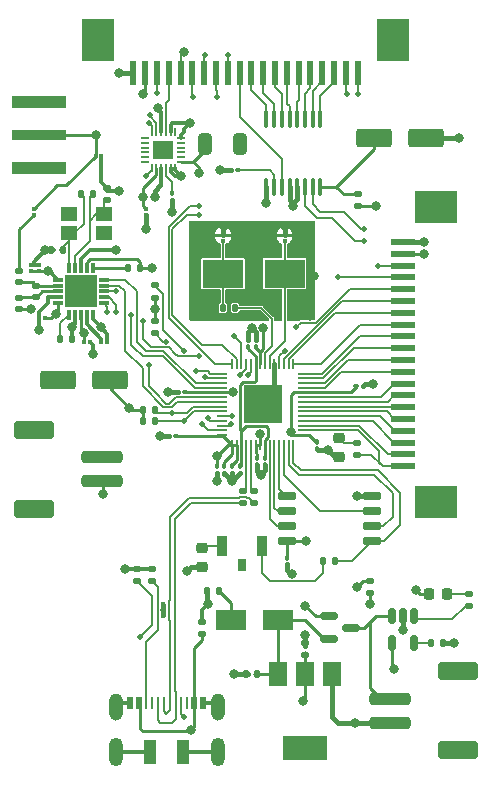
<source format=gbr>
%TF.GenerationSoftware,KiCad,Pcbnew,(6.0.7)*%
%TF.CreationDate,2023-01-15T17:43:20+08:00*%
%TF.ProjectId,Rp2040 wearable dev boards w wireless,52703230-3430-4207-9765-617261626c65,rev?*%
%TF.SameCoordinates,Original*%
%TF.FileFunction,Copper,L1,Top*%
%TF.FilePolarity,Positive*%
%FSLAX46Y46*%
G04 Gerber Fmt 4.6, Leading zero omitted, Abs format (unit mm)*
G04 Created by KiCad (PCBNEW (6.0.7)) date 2023-01-15 17:43:20*
%MOMM*%
%LPD*%
G01*
G04 APERTURE LIST*
G04 Aperture macros list*
%AMRoundRect*
0 Rectangle with rounded corners*
0 $1 Rounding radius*
0 $2 $3 $4 $5 $6 $7 $8 $9 X,Y pos of 4 corners*
0 Add a 4 corners polygon primitive as box body*
4,1,4,$2,$3,$4,$5,$6,$7,$8,$9,$2,$3,0*
0 Add four circle primitives for the rounded corners*
1,1,$1+$1,$2,$3*
1,1,$1+$1,$4,$5*
1,1,$1+$1,$6,$7*
1,1,$1+$1,$8,$9*
0 Add four rect primitives between the rounded corners*
20,1,$1+$1,$2,$3,$4,$5,0*
20,1,$1+$1,$4,$5,$6,$7,0*
20,1,$1+$1,$6,$7,$8,$9,0*
20,1,$1+$1,$8,$9,$2,$3,0*%
G04 Aperture macros list end*
%TA.AperFunction,SMDPad,CuDef*%
%ADD10RoundRect,0.135000X-0.135000X-0.185000X0.135000X-0.185000X0.135000X0.185000X-0.135000X0.185000X0*%
%TD*%
%TA.AperFunction,SMDPad,CuDef*%
%ADD11RoundRect,0.075000X0.075000X-0.125000X0.075000X0.125000X-0.075000X0.125000X-0.075000X-0.125000X0*%
%TD*%
%TA.AperFunction,SMDPad,CuDef*%
%ADD12RoundRect,0.135000X0.185000X-0.135000X0.185000X0.135000X-0.185000X0.135000X-0.185000X-0.135000X0*%
%TD*%
%TA.AperFunction,SMDPad,CuDef*%
%ADD13R,0.520000X1.000000*%
%TD*%
%TA.AperFunction,SMDPad,CuDef*%
%ADD14R,0.270000X1.000000*%
%TD*%
%TA.AperFunction,SMDPad,CuDef*%
%ADD15R,1.000000X2.000000*%
%TD*%
%TA.AperFunction,ComponentPad*%
%ADD16O,1.158000X2.316000*%
%TD*%
%TA.AperFunction,ComponentPad*%
%ADD17O,1.200000X2.400000*%
%TD*%
%TA.AperFunction,SMDPad,CuDef*%
%ADD18RoundRect,0.075000X-0.125000X-0.075000X0.125000X-0.075000X0.125000X0.075000X-0.125000X0.075000X0*%
%TD*%
%TA.AperFunction,SMDPad,CuDef*%
%ADD19RoundRect,0.135000X0.135000X0.185000X-0.135000X0.185000X-0.135000X-0.185000X0.135000X-0.185000X0*%
%TD*%
%TA.AperFunction,SMDPad,CuDef*%
%ADD20RoundRect,0.100000X-0.100000X0.130000X-0.100000X-0.130000X0.100000X-0.130000X0.100000X0.130000X0*%
%TD*%
%TA.AperFunction,SMDPad,CuDef*%
%ADD21RoundRect,0.100000X0.130000X0.100000X-0.130000X0.100000X-0.130000X-0.100000X0.130000X-0.100000X0*%
%TD*%
%TA.AperFunction,SMDPad,CuDef*%
%ADD22R,3.500000X2.400000*%
%TD*%
%TA.AperFunction,SMDPad,CuDef*%
%ADD23RoundRect,0.140000X0.170000X-0.140000X0.170000X0.140000X-0.170000X0.140000X-0.170000X-0.140000X0*%
%TD*%
%TA.AperFunction,SMDPad,CuDef*%
%ADD24RoundRect,0.100000X-0.100000X0.637500X-0.100000X-0.637500X0.100000X-0.637500X0.100000X0.637500X0*%
%TD*%
%TA.AperFunction,SMDPad,CuDef*%
%ADD25RoundRect,0.218750X0.256250X-0.218750X0.256250X0.218750X-0.256250X0.218750X-0.256250X-0.218750X0*%
%TD*%
%TA.AperFunction,SMDPad,CuDef*%
%ADD26RoundRect,0.250000X-1.500000X0.250000X-1.500000X-0.250000X1.500000X-0.250000X1.500000X0.250000X0*%
%TD*%
%TA.AperFunction,SMDPad,CuDef*%
%ADD27RoundRect,0.250001X-1.449999X0.499999X-1.449999X-0.499999X1.449999X-0.499999X1.449999X0.499999X0*%
%TD*%
%TA.AperFunction,SMDPad,CuDef*%
%ADD28RoundRect,0.250000X1.250000X0.550000X-1.250000X0.550000X-1.250000X-0.550000X1.250000X-0.550000X0*%
%TD*%
%TA.AperFunction,SMDPad,CuDef*%
%ADD29RoundRect,0.140000X0.140000X0.170000X-0.140000X0.170000X-0.140000X-0.170000X0.140000X-0.170000X0*%
%TD*%
%TA.AperFunction,SMDPad,CuDef*%
%ADD30R,0.660400X0.203200*%
%TD*%
%TA.AperFunction,SMDPad,CuDef*%
%ADD31R,0.203200X0.660400*%
%TD*%
%TA.AperFunction,SMDPad,CuDef*%
%ADD32R,1.752600X1.600200*%
%TD*%
%TA.AperFunction,SMDPad,CuDef*%
%ADD33RoundRect,0.135000X-0.185000X0.135000X-0.185000X-0.135000X0.185000X-0.135000X0.185000X0.135000X0*%
%TD*%
%TA.AperFunction,SMDPad,CuDef*%
%ADD34R,0.850000X0.300000*%
%TD*%
%TA.AperFunction,SMDPad,CuDef*%
%ADD35R,0.300000X0.850000*%
%TD*%
%TA.AperFunction,SMDPad,CuDef*%
%ADD36R,2.700000X2.700000*%
%TD*%
%TA.AperFunction,SMDPad,CuDef*%
%ADD37RoundRect,0.218750X0.218750X0.256250X-0.218750X0.256250X-0.218750X-0.256250X0.218750X-0.256250X0*%
%TD*%
%TA.AperFunction,SMDPad,CuDef*%
%ADD38RoundRect,0.150000X0.650000X0.150000X-0.650000X0.150000X-0.650000X-0.150000X0.650000X-0.150000X0*%
%TD*%
%TA.AperFunction,SMDPad,CuDef*%
%ADD39RoundRect,0.250000X-0.325000X-0.650000X0.325000X-0.650000X0.325000X0.650000X-0.325000X0.650000X0*%
%TD*%
%TA.AperFunction,SMDPad,CuDef*%
%ADD40R,2.500000X1.800000*%
%TD*%
%TA.AperFunction,SMDPad,CuDef*%
%ADD41RoundRect,0.150000X-0.150000X0.512500X-0.150000X-0.512500X0.150000X-0.512500X0.150000X0.512500X0*%
%TD*%
%TA.AperFunction,SMDPad,CuDef*%
%ADD42RoundRect,0.100000X0.100000X-0.130000X0.100000X0.130000X-0.100000X0.130000X-0.100000X-0.130000X0*%
%TD*%
%TA.AperFunction,SMDPad,CuDef*%
%ADD43RoundRect,0.147500X-0.172500X0.147500X-0.172500X-0.147500X0.172500X-0.147500X0.172500X0.147500X0*%
%TD*%
%TA.AperFunction,SMDPad,CuDef*%
%ADD44RoundRect,0.075000X-0.075000X0.125000X-0.075000X-0.125000X0.075000X-0.125000X0.075000X0.125000X0*%
%TD*%
%TA.AperFunction,SMDPad,CuDef*%
%ADD45RoundRect,0.050000X0.387500X0.050000X-0.387500X0.050000X-0.387500X-0.050000X0.387500X-0.050000X0*%
%TD*%
%TA.AperFunction,SMDPad,CuDef*%
%ADD46RoundRect,0.050000X0.050000X0.387500X-0.050000X0.387500X-0.050000X-0.387500X0.050000X-0.387500X0*%
%TD*%
%TA.AperFunction,SMDPad,CuDef*%
%ADD47R,3.200000X3.200000*%
%TD*%
%TA.AperFunction,SMDPad,CuDef*%
%ADD48R,4.560000X0.850000*%
%TD*%
%TA.AperFunction,SMDPad,CuDef*%
%ADD49R,4.560000X1.000000*%
%TD*%
%TA.AperFunction,SMDPad,CuDef*%
%ADD50RoundRect,0.250000X-1.250000X-0.550000X1.250000X-0.550000X1.250000X0.550000X-1.250000X0.550000X0*%
%TD*%
%TA.AperFunction,SMDPad,CuDef*%
%ADD51R,0.900000X1.700000*%
%TD*%
%TA.AperFunction,SMDPad,CuDef*%
%ADD52R,0.800000X1.100000*%
%TD*%
%TA.AperFunction,SMDPad,CuDef*%
%ADD53RoundRect,0.150000X-0.587500X-0.150000X0.587500X-0.150000X0.587500X0.150000X-0.587500X0.150000X0*%
%TD*%
%TA.AperFunction,SMDPad,CuDef*%
%ADD54RoundRect,0.075000X0.125000X0.075000X-0.125000X0.075000X-0.125000X-0.075000X0.125000X-0.075000X0*%
%TD*%
%TA.AperFunction,SMDPad,CuDef*%
%ADD55R,0.610000X2.000000*%
%TD*%
%TA.AperFunction,SMDPad,CuDef*%
%ADD56R,2.680000X3.600000*%
%TD*%
%TA.AperFunction,SMDPad,CuDef*%
%ADD57R,1.400000X1.150000*%
%TD*%
%TA.AperFunction,SMDPad,CuDef*%
%ADD58RoundRect,0.100000X-0.130000X-0.100000X0.130000X-0.100000X0.130000X0.100000X-0.130000X0.100000X0*%
%TD*%
%TA.AperFunction,SMDPad,CuDef*%
%ADD59R,2.000000X0.610000*%
%TD*%
%TA.AperFunction,SMDPad,CuDef*%
%ADD60R,3.600000X2.680000*%
%TD*%
%TA.AperFunction,SMDPad,CuDef*%
%ADD61RoundRect,0.250000X1.500000X-0.250000X1.500000X0.250000X-1.500000X0.250000X-1.500000X-0.250000X0*%
%TD*%
%TA.AperFunction,SMDPad,CuDef*%
%ADD62RoundRect,0.250001X1.449999X-0.499999X1.449999X0.499999X-1.449999X0.499999X-1.449999X-0.499999X0*%
%TD*%
%TA.AperFunction,SMDPad,CuDef*%
%ADD63R,1.500000X2.000000*%
%TD*%
%TA.AperFunction,SMDPad,CuDef*%
%ADD64R,3.800000X2.000000*%
%TD*%
%TA.AperFunction,SMDPad,CuDef*%
%ADD65R,0.200000X0.565000*%
%TD*%
%TA.AperFunction,SMDPad,CuDef*%
%ADD66R,0.400000X0.565000*%
%TD*%
%TA.AperFunction,SMDPad,CuDef*%
%ADD67RoundRect,0.147500X0.172500X-0.147500X0.172500X0.147500X-0.172500X0.147500X-0.172500X-0.147500X0*%
%TD*%
%TA.AperFunction,ViaPad*%
%ADD68C,0.800000*%
%TD*%
%TA.AperFunction,ViaPad*%
%ADD69C,0.500000*%
%TD*%
%TA.AperFunction,Conductor*%
%ADD70C,0.250000*%
%TD*%
%TA.AperFunction,Conductor*%
%ADD71C,0.150000*%
%TD*%
%TA.AperFunction,Conductor*%
%ADD72C,0.300000*%
%TD*%
%TA.AperFunction,Conductor*%
%ADD73C,0.400000*%
%TD*%
%TA.AperFunction,Conductor*%
%ADD74C,0.200000*%
%TD*%
G04 APERTURE END LIST*
D10*
%TO.P,R2,1*%
%TO.N,/PROG*%
X71640000Y-89250000D03*
%TO.P,R2,2*%
%TO.N,GND*%
X72660000Y-89250000D03*
%TD*%
D11*
%TO.P,C30,1*%
%TO.N,/VDD_PA*%
X38500000Y-57750000D03*
%TO.P,C30,2*%
%TO.N,GND*%
X38500000Y-57250000D03*
%TD*%
D12*
%TO.P,R16,1*%
%TO.N,/Vmain*%
X48250000Y-60010000D03*
%TO.P,R16,2*%
%TO.N,/IMU SCL {slash} GPIO 19*%
X48250000Y-58990000D03*
%TD*%
D13*
%TO.P,J2,1,GND*%
%TO.N,GND*%
X46176000Y-94300000D03*
%TO.P,J2,2,VBUS*%
%TO.N,/VBUS*%
X46926000Y-94300000D03*
D14*
%TO.P,J2,3,CC1*%
%TO.N,/CC1*%
X47526000Y-94300000D03*
%TO.P,J2,4,SBU2*%
%TO.N,unconnected-(J2-Pad4)*%
X48026000Y-94300000D03*
%TO.P,J2,5,D-*%
%TO.N,/USB-*%
X48526000Y-94300000D03*
%TO.P,J2,6,D+*%
%TO.N,/USB+*%
X49026000Y-94300000D03*
%TO.P,J2,7,D+*%
X49526000Y-94300000D03*
%TO.P,J2,8,D-*%
%TO.N,/USB-*%
X50026000Y-94300000D03*
%TO.P,J2,9,CC2*%
%TO.N,/CC2*%
X50526000Y-94300000D03*
%TO.P,J2,10,SBU1*%
%TO.N,unconnected-(J2-Pad10)*%
X51026000Y-94300000D03*
D13*
%TO.P,J2,11,VBUS*%
%TO.N,/VBUS*%
X51626000Y-94300000D03*
%TO.P,J2,12,GND*%
%TO.N,GND*%
X52376000Y-94300000D03*
D15*
%TO.P,J2,S1,SHIELD*%
X47876000Y-98500000D03*
%TO.P,J2,S2,SHIELD*%
X50676000Y-98500000D03*
D16*
%TO.P,J2,S3,SHIELD*%
X44956000Y-94675000D03*
%TO.P,J2,S4,SHIELD*%
X53596000Y-94675000D03*
D17*
%TO.P,J2,S5,SHIELD*%
X44956000Y-98500000D03*
%TO.P,J2,S6,SHIELD*%
X53596000Y-98500000D03*
%TD*%
D18*
%TO.P,C32,1*%
%TO.N,/Antenna*%
X43250000Y-48000000D03*
%TO.P,C32,2*%
%TO.N,GND*%
X43750000Y-48000000D03*
%TD*%
D19*
%TO.P,R19,1*%
%TO.N,/Vmain*%
X47010000Y-57500000D03*
%TO.P,R19,2*%
%TO.N,Net-(IC1-Pad6)*%
X45990000Y-57500000D03*
%TD*%
D20*
%TO.P,C10,1*%
%TO.N,/Vmain*%
X53500000Y-74280000D03*
%TO.P,C10,2*%
%TO.N,GND*%
X53500000Y-74920000D03*
%TD*%
D21*
%TO.P,C14,1*%
%TO.N,/Vmain*%
X50820000Y-68050000D03*
%TO.P,C14,2*%
%TO.N,GND*%
X50180000Y-68050000D03*
%TD*%
D22*
%TO.P,Y1,1,1*%
%TO.N,/XOUTC*%
X54050000Y-58000000D03*
%TO.P,Y1,2,2*%
%TO.N,/XIN*%
X59250000Y-58000000D03*
%TD*%
D23*
%TO.P,C8,1*%
%TO.N,/VBUS*%
X52250000Y-88480000D03*
%TO.P,C8,2*%
%TO.N,GND*%
X52250000Y-87520000D03*
%TD*%
D24*
%TO.P,U6,1,CH0*%
%TO.N,/ACH0*%
X62275000Y-44887500D03*
%TO.P,U6,2,CH1*%
%TO.N,/ACH1*%
X61625000Y-44887500D03*
%TO.P,U6,3,CH2*%
%TO.N,/ACH2*%
X60975000Y-44887500D03*
%TO.P,U6,4,CH3*%
%TO.N,/ACH3*%
X60325000Y-44887500D03*
%TO.P,U6,5,CH4*%
%TO.N,/ACH4*%
X59675000Y-44887500D03*
%TO.P,U6,6,CH5*%
%TO.N,/ACH5*%
X59025000Y-44887500D03*
%TO.P,U6,7,CH6*%
%TO.N,/ACH6*%
X58375000Y-44887500D03*
%TO.P,U6,8,CH7*%
%TO.N,/ACH7*%
X57725000Y-44887500D03*
%TO.P,U6,9,GND*%
%TO.N,GND*%
X57725000Y-50612500D03*
%TO.P,U6,10,REFin/REFout*%
%TO.N,/REFin{slash}REFout*%
X58375000Y-50612500D03*
%TO.P,U6,11,COM*%
%TO.N,/COM*%
X59025000Y-50612500D03*
%TO.P,U6,12,A0*%
%TO.N,GND*%
X59675000Y-50612500D03*
%TO.P,U6,13,A1*%
X60325000Y-50612500D03*
%TO.P,U6,14,SCL*%
%TO.N,/External ADC SCL {slash} GPIO 21*%
X60975000Y-50612500D03*
%TO.P,U6,15,SDA*%
%TO.N,/External ADC SDA {slash} GPIO 20*%
X61625000Y-50612500D03*
%TO.P,U6,16,VDD*%
%TO.N,/ADC VDD*%
X62275000Y-50612500D03*
%TD*%
D11*
%TO.P,C31,1*%
%TO.N,/L2-C31*%
X38000000Y-53000000D03*
%TO.P,C31,2*%
%TO.N,/Antenna*%
X38000000Y-52500000D03*
%TD*%
D25*
%TO.P,D3,1,K*%
%TO.N,GND*%
X52300000Y-82787500D03*
%TO.P,D3,2,A*%
%TO.N,/SW1 *%
X52300000Y-81212500D03*
%TD*%
D10*
%TO.P,R1,1*%
%TO.N,/~{USB BOOT}*%
X62540000Y-82350000D03*
%TO.P,R1,2*%
%TO.N,/QSPI_SS*%
X63560000Y-82350000D03*
%TD*%
D12*
%TO.P,R9,1*%
%TO.N,/CC2*%
X46750000Y-84010000D03*
%TO.P,R9,2*%
%TO.N,GND*%
X46750000Y-82990000D03*
%TD*%
D26*
%TO.P,SW2,1,A*%
%TO.N,/Vmain*%
X43800000Y-73550000D03*
%TO.P,SW2,2,B*%
%TO.N,/R18-Power_on*%
X43800000Y-75550000D03*
D27*
%TO.P,SW2,MP*%
%TO.N,N/C*%
X38050000Y-77900000D03*
X38050000Y-71200000D03*
%TD*%
D28*
%TO.P,C19,1*%
%TO.N,/Vmain*%
X44450000Y-67000000D03*
%TO.P,C19,2*%
%TO.N,GND*%
X40050000Y-67000000D03*
%TD*%
D21*
%TO.P,C16,1*%
%TO.N,/Vmain*%
X50070000Y-71700000D03*
%TO.P,C16,2*%
%TO.N,GND*%
X49430000Y-71700000D03*
%TD*%
D29*
%TO.P,C24,1*%
%TO.N,/XC1*%
X40480000Y-56000000D03*
%TO.P,C24,2*%
%TO.N,GND*%
X39520000Y-56000000D03*
%TD*%
D10*
%TO.P,R4,1*%
%TO.N,/XOUTC*%
X54040000Y-60900000D03*
%TO.P,R4,2*%
%TO.N,/XOUT*%
X55060000Y-60900000D03*
%TD*%
D19*
%TO.P,R14,1*%
%TO.N,GND*%
X41260000Y-63500000D03*
%TO.P,R14,2*%
%TO.N,/IREF*%
X40240000Y-63500000D03*
%TD*%
D30*
%TO.P,U7,1,NC*%
%TO.N,unconnected-(U7-Pad1)*%
X47475999Y-46523999D03*
%TO.P,U7,2,NC*%
%TO.N,unconnected-(U7-Pad2)*%
X47475999Y-46924001D03*
%TO.P,U7,3,NC*%
%TO.N,unconnected-(U7-Pad3)*%
X47475999Y-47324000D03*
%TO.P,U7,4,NC*%
%TO.N,unconnected-(U7-Pad4)*%
X47475999Y-47724000D03*
%TO.P,U7,5,NC*%
%TO.N,unconnected-(U7-Pad5)*%
X47475999Y-48123999D03*
%TO.P,U7,6,NC*%
%TO.N,unconnected-(U7-Pad6)*%
X47475999Y-48524001D03*
D31*
%TO.P,U7,7,AUX_CL*%
%TO.N,/AUX_CL*%
X47999998Y-49048000D03*
%TO.P,U7,8,VDDIO*%
%TO.N,/Vmain*%
X48400000Y-49048000D03*
%TO.P,U7,9,SDO/ADO*%
%TO.N,GND*%
X48799999Y-49048000D03*
%TO.P,U7,10,REGOUT*%
%TO.N,/REGOUT*%
X49199999Y-49048000D03*
%TO.P,U7,11,FSYNC*%
%TO.N,GND*%
X49599998Y-49048000D03*
%TO.P,U7,12,INT*%
X50000000Y-49048000D03*
D30*
%TO.P,U7,13,VDD*%
%TO.N,/Vmain*%
X50523999Y-48524001D03*
%TO.P,U7,14,NC*%
%TO.N,unconnected-(U7-Pad14)*%
X50523999Y-48123999D03*
%TO.P,U7,15,NC*%
%TO.N,unconnected-(U7-Pad15)*%
X50523999Y-47724000D03*
%TO.P,U7,16,NC*%
%TO.N,unconnected-(U7-Pad16)*%
X50523999Y-47324000D03*
%TO.P,U7,17,NC*%
%TO.N,unconnected-(U7-Pad17)*%
X50523999Y-46924001D03*
%TO.P,U7,18,GND*%
%TO.N,GND*%
X50523999Y-46523999D03*
D31*
%TO.P,U7,19,RESV*%
%TO.N,unconnected-(U7-Pad19)*%
X50000000Y-46000000D03*
%TO.P,U7,20,RESV*%
%TO.N,GND*%
X49599998Y-46000000D03*
%TO.P,U7,21,AUX_DA*%
%TO.N,/AUX_DA*%
X49199999Y-46000000D03*
%TO.P,U7,22,nCS*%
%TO.N,GND*%
X48799999Y-46000000D03*
%TO.P,U7,23,SCL/SCLK*%
%TO.N,/IMU SCL {slash} GPIO 19*%
X48400000Y-46000000D03*
%TO.P,U7,24,SDA/SDI*%
%TO.N,/IMU SDA {slash} GPIO 18*%
X47999998Y-46000000D03*
D32*
%TO.P,U7,25*%
%TO.N,N/C*%
X48999999Y-47524000D03*
%TD*%
D33*
%TO.P,R17,1*%
%TO.N,/Vmain*%
X48250000Y-61990000D03*
%TO.P,R17,2*%
%TO.N,/IMU SDA {slash} GPIO 18*%
X48250000Y-63010000D03*
%TD*%
D34*
%TO.P,IC1,1,CE*%
%TO.N,/CE*%
X43950000Y-60500000D03*
%TO.P,IC1,2,CSN*%
%TO.N,/CSN*%
X43950000Y-60000000D03*
%TO.P,IC1,3,SCK*%
%TO.N,/SCK*%
X43950000Y-59500000D03*
%TO.P,IC1,4,MOSI*%
%TO.N,/MOSI*%
X43950000Y-59000000D03*
%TO.P,IC1,5,MISO*%
%TO.N,/MISO*%
X43950000Y-58500000D03*
D35*
%TO.P,IC1,6,IRQ*%
%TO.N,Net-(IC1-Pad6)*%
X43000000Y-57550000D03*
%TO.P,IC1,7,VDD_1*%
%TO.N,/Vmain*%
X42500000Y-57550000D03*
%TO.P,IC1,8,VSS_1*%
%TO.N,GND*%
X42000000Y-57550000D03*
%TO.P,IC1,9,XC2*%
%TO.N,/XC2*%
X41500000Y-57550000D03*
%TO.P,IC1,10,XC1*%
%TO.N,/XC1*%
X41000000Y-57550000D03*
D34*
%TO.P,IC1,11,VDD_PA*%
%TO.N,/VDD_PA*%
X40050000Y-58500000D03*
%TO.P,IC1,12,ANT1*%
%TO.N,/ANT 1*%
X40050000Y-59000000D03*
%TO.P,IC1,13,ANT2*%
%TO.N,/ANT 2*%
X40050000Y-59500000D03*
%TO.P,IC1,14,VSS_2*%
%TO.N,GND*%
X40050000Y-60000000D03*
%TO.P,IC1,15,VDD_2*%
%TO.N,/Vmain*%
X40050000Y-60500000D03*
D35*
%TO.P,IC1,16,IREF*%
%TO.N,/IREF*%
X41000000Y-61450000D03*
%TO.P,IC1,17,VSS_3*%
%TO.N,GND*%
X41500000Y-61450000D03*
%TO.P,IC1,18,VDD_3*%
%TO.N,/Vmain*%
X42000000Y-61450000D03*
%TO.P,IC1,19,DVDD*%
%TO.N,/DVDD_RADIO*%
X42500000Y-61450000D03*
%TO.P,IC1,20,VSS_4*%
%TO.N,GND*%
X43000000Y-61450000D03*
D36*
%TO.P,IC1,21,THERMAL_PAD*%
%TO.N,unconnected-(IC1-Pad21)*%
X42000000Y-59500000D03*
%TD*%
D12*
%TO.P,R18,1*%
%TO.N,/VO*%
X66500000Y-85010000D03*
%TO.P,R18,2*%
%TO.N,/R18-Power_on*%
X66500000Y-83990000D03*
%TD*%
D37*
%TO.P,D1,1,K*%
%TO.N,/LED_BLUE*%
X73037500Y-85100000D03*
%TO.P,D1,2,A*%
%TO.N,/VBUS*%
X71462500Y-85100000D03*
%TD*%
D10*
%TO.P,R13,1*%
%TO.N,/XC1*%
X41990000Y-51250000D03*
%TO.P,R13,2*%
%TO.N,/XC2*%
X43010000Y-51250000D03*
%TD*%
D11*
%TO.P,C29,1*%
%TO.N,/VDD_PA*%
X37750000Y-57750000D03*
%TO.P,C29,2*%
%TO.N,GND*%
X37750000Y-57250000D03*
%TD*%
D38*
%TO.P,U2,1,~{CS}*%
%TO.N,/QSPI_SS*%
X66650000Y-80655000D03*
%TO.P,U2,2,DO(IO1)*%
%TO.N,/QSPI_SD1*%
X66650000Y-79385000D03*
%TO.P,U2,3,IO2*%
%TO.N,/QSPI_SD2*%
X66650000Y-78115000D03*
%TO.P,U2,4,GND*%
%TO.N,GND*%
X66650000Y-76845000D03*
%TO.P,U2,5,DI(IO0)*%
%TO.N,/QSPI_SD0*%
X59450000Y-76845000D03*
%TO.P,U2,6,CLK*%
%TO.N,/QSPI_SCLK*%
X59450000Y-78115000D03*
%TO.P,U2,7,IO3*%
%TO.N,/QSPI_SD3*%
X59450000Y-79385000D03*
%TO.P,U2,8,VCC*%
%TO.N,/Vmain*%
X59450000Y-80655000D03*
%TD*%
D20*
%TO.P,C18,1*%
%TO.N,/Vmain*%
X62000000Y-72230000D03*
%TO.P,C18,2*%
%TO.N,GND*%
X62000000Y-72870000D03*
%TD*%
D39*
%TO.P,C21,1*%
%TO.N,/Vmain*%
X52525000Y-47000000D03*
%TO.P,C21,2*%
%TO.N,GND*%
X55475000Y-47000000D03*
%TD*%
D21*
%TO.P,C12,1*%
%TO.N,/REFin{slash}REFout*%
X55320000Y-49250000D03*
%TO.P,C12,2*%
%TO.N,GND*%
X54680000Y-49250000D03*
%TD*%
D40*
%TO.P,D2,1,K*%
%TO.N,/VI*%
X58700000Y-87300000D03*
%TO.P,D2,2,A*%
%TO.N,/VBUS*%
X54700000Y-87300000D03*
%TD*%
D11*
%TO.P,C1,1*%
%TO.N,/XIN*%
X59250000Y-55250000D03*
%TO.P,C1,2*%
%TO.N,GND*%
X59250000Y-54750000D03*
%TD*%
D20*
%TO.P,C13,1*%
%TO.N,/Vmain*%
X56950000Y-73580000D03*
%TO.P,C13,2*%
%TO.N,GND*%
X56950000Y-74220000D03*
%TD*%
D41*
%TO.P,U1,1,STAT*%
%TO.N,/STAT*%
X70250000Y-86962500D03*
%TO.P,U1,2,VSS*%
%TO.N,GND*%
X69300000Y-86962500D03*
%TO.P,U1,3,VBAT*%
%TO.N,/VBAT*%
X68350000Y-86962500D03*
%TO.P,U1,4,VDD*%
%TO.N,/VBUS*%
X68350000Y-89237500D03*
%TO.P,U1,5,PROG*%
%TO.N,/PROG*%
X70250000Y-89237500D03*
%TD*%
D12*
%TO.P,R8,1*%
%TO.N,/CC1*%
X48000000Y-84010000D03*
%TO.P,R8,2*%
%TO.N,GND*%
X48000000Y-82990000D03*
%TD*%
D42*
%TO.P,C17,1*%
%TO.N,/Vmain*%
X56850000Y-64170000D03*
%TO.P,C17,2*%
%TO.N,GND*%
X56850000Y-63530000D03*
%TD*%
D19*
%TO.P,R5,1*%
%TO.N,/VBUS*%
X53710000Y-84900000D03*
%TO.P,R5,2*%
%TO.N,GND*%
X52690000Y-84900000D03*
%TD*%
D23*
%TO.P,C25,1*%
%TO.N,/XC2*%
X44250000Y-51730000D03*
%TO.P,C25,2*%
%TO.N,GND*%
X44250000Y-50770000D03*
%TD*%
D43*
%TO.P,L3,1,1*%
%TO.N,/ANT 2*%
X36750000Y-60015000D03*
%TO.P,L3,2,2*%
%TO.N,/VDD_PA*%
X36750000Y-60985000D03*
%TD*%
%TO.P,L1,1,1*%
%TO.N,/ANT 1*%
X38250000Y-59015000D03*
%TO.P,L1,2,2*%
%TO.N,/ANT 2*%
X38250000Y-59985000D03*
%TD*%
D18*
%TO.P,C27,1*%
%TO.N,/Vmain*%
X42250000Y-63750000D03*
%TO.P,C27,2*%
%TO.N,GND*%
X42750000Y-63750000D03*
%TD*%
D20*
%TO.P,C3,1*%
%TO.N,/Vmain*%
X59500000Y-82030000D03*
%TO.P,C3,2*%
%TO.N,GND*%
X59500000Y-82670000D03*
%TD*%
D44*
%TO.P,C22,1*%
%TO.N,/Vmain*%
X47500000Y-52500000D03*
%TO.P,C22,2*%
%TO.N,GND*%
X47500000Y-53000000D03*
%TD*%
D45*
%TO.P,U5,1,IOVDD*%
%TO.N,/Vmain*%
X60837500Y-71650000D03*
%TO.P,U5,2,GPIO0*%
%TO.N,/GPIO 0*%
X60837500Y-71250000D03*
%TO.P,U5,3,GPIO1*%
%TO.N,/GPIO 1*%
X60837500Y-70850000D03*
%TO.P,U5,4,GPIO2*%
%TO.N,/GPIO 2*%
X60837500Y-70450000D03*
%TO.P,U5,5,GPIO3*%
%TO.N,/GPIO 3*%
X60837500Y-70050000D03*
%TO.P,U5,6,GPIO4*%
%TO.N,/GPIO 4*%
X60837500Y-69650000D03*
%TO.P,U5,7,GPIO5*%
%TO.N,/GPIO 5*%
X60837500Y-69250000D03*
%TO.P,U5,8,GPIO6*%
%TO.N,/GPIO 6*%
X60837500Y-68850000D03*
%TO.P,U5,9,GPIO7*%
%TO.N,/GPIO 7*%
X60837500Y-68450000D03*
%TO.P,U5,10,IOVDD*%
%TO.N,/Vmain*%
X60837500Y-68050000D03*
%TO.P,U5,11,GPIO8*%
%TO.N,/GPIO 8*%
X60837500Y-67650000D03*
%TO.P,U5,12,GPIO9*%
%TO.N,/GPIO 9*%
X60837500Y-67250000D03*
%TO.P,U5,13,GPIO10*%
%TO.N,/GPIO 10*%
X60837500Y-66850000D03*
%TO.P,U5,14,GPIO11*%
%TO.N,/GPIO 11*%
X60837500Y-66450000D03*
D46*
%TO.P,U5,15,GPIO12*%
%TO.N,/GPIO 12*%
X60000000Y-65612500D03*
%TO.P,U5,16,GPIO13*%
%TO.N,/GPIO 13*%
X59600000Y-65612500D03*
%TO.P,U5,17,GPIO14*%
%TO.N,/GPIO 14*%
X59200000Y-65612500D03*
%TO.P,U5,18,GPIO15*%
%TO.N,/CE*%
X58800000Y-65612500D03*
%TO.P,U5,19,TESTEN*%
%TO.N,GND*%
X58400000Y-65612500D03*
%TO.P,U5,20,XIN*%
%TO.N,/XIN*%
X58000000Y-65612500D03*
%TO.P,U5,21,XOUT*%
%TO.N,/XOUT*%
X57600000Y-65612500D03*
%TO.P,U5,22,IOVDD*%
%TO.N,/Vmain*%
X57200000Y-65612500D03*
%TO.P,U5,23,DVDD*%
%TO.N,/DVDD_RP2040*%
X56800000Y-65612500D03*
%TO.P,U5,24,SWCLK*%
%TO.N,/SWCLK*%
X56400000Y-65612500D03*
%TO.P,U5,25,SWD*%
%TO.N,/SWD*%
X56000000Y-65612500D03*
%TO.P,U5,26,RUN*%
%TO.N,/RUN*%
X55600000Y-65612500D03*
%TO.P,U5,27,GPIO16*%
%TO.N,/GPIO 16*%
X55200000Y-65612500D03*
%TO.P,U5,28,GPIO17*%
%TO.N,/GPIO 17*%
X54800000Y-65612500D03*
D45*
%TO.P,U5,29,GPIO18*%
%TO.N,/IMU SDA {slash} GPIO 18*%
X53962500Y-66450000D03*
%TO.P,U5,30,GPIO19*%
%TO.N,/IMU SCL {slash} GPIO 19*%
X53962500Y-66850000D03*
%TO.P,U5,31,GPIO20*%
%TO.N,/MISO*%
X53962500Y-67250000D03*
%TO.P,U5,32,GPIO21*%
%TO.N,/CSN*%
X53962500Y-67650000D03*
%TO.P,U5,33,IOVDD*%
%TO.N,/Vmain*%
X53962500Y-68050000D03*
%TO.P,U5,34,GPIO22*%
%TO.N,/SCK*%
X53962500Y-68450000D03*
%TO.P,U5,35,GPIO23*%
%TO.N,/MOSI*%
X53962500Y-68850000D03*
%TO.P,U5,36,GPIO24*%
%TO.N,/External ADC SDA {slash} GPIO 20*%
X53962500Y-69250000D03*
%TO.P,U5,37,GPIO25*%
%TO.N,/External ADC SCL {slash} GPIO 21*%
X53962500Y-69650000D03*
%TO.P,U5,38,GPIO26_ADC0*%
%TO.N,/ADC 1*%
X53962500Y-70050000D03*
%TO.P,U5,39,GPIO27_ADC1*%
%TO.N,/ADC 2*%
X53962500Y-70450000D03*
%TO.P,U5,40,GPIO28_ADC2*%
%TO.N,/ADC 3*%
X53962500Y-70850000D03*
%TO.P,U5,41,GPIO29_ADC3*%
%TO.N,/ADC 4*%
X53962500Y-71250000D03*
%TO.P,U5,42,IOVDD*%
%TO.N,/Vmain*%
X53962500Y-71650000D03*
D46*
%TO.P,U5,43,ADC_AVDD*%
X54800000Y-72487500D03*
%TO.P,U5,44,VREG_IN*%
X55200000Y-72487500D03*
%TO.P,U5,45,VREG_VOUT*%
%TO.N,/DVDD_RP2040*%
X55600000Y-72487500D03*
%TO.P,U5,46,USB_DM*%
%TO.N,/USB_R-*%
X56000000Y-72487500D03*
%TO.P,U5,47,USB_DP*%
%TO.N,/USB_R+*%
X56400000Y-72487500D03*
%TO.P,U5,48,USB_VDD*%
%TO.N,/Vmain*%
X56800000Y-72487500D03*
%TO.P,U5,49,IOVDD*%
X57200000Y-72487500D03*
%TO.P,U5,50,DVDD*%
%TO.N,/DVDD_RP2040*%
X57600000Y-72487500D03*
%TO.P,U5,51,QSPI_SD3*%
%TO.N,/QSPI_SD3*%
X58000000Y-72487500D03*
%TO.P,U5,52,QSPI_SCLK*%
%TO.N,/QSPI_SCLK*%
X58400000Y-72487500D03*
%TO.P,U5,53,QSPI_SD0*%
%TO.N,/QSPI_SD0*%
X58800000Y-72487500D03*
%TO.P,U5,54,QSPI_SD2*%
%TO.N,/QSPI_SD2*%
X59200000Y-72487500D03*
%TO.P,U5,55,QSPI_SD1*%
%TO.N,/QSPI_SD1*%
X59600000Y-72487500D03*
%TO.P,U5,56,QSPI_SS*%
%TO.N,/QSPI_SS*%
X60000000Y-72487500D03*
D47*
%TO.P,U5,57,GND*%
%TO.N,GND*%
X57400000Y-69050000D03*
%TD*%
D10*
%TO.P,R11,1*%
%TO.N,/Vmain*%
X47240000Y-70500000D03*
%TO.P,R11,2*%
%TO.N,/External ADC SCL {slash} GPIO 21*%
X48260000Y-70500000D03*
%TD*%
D48*
%TO.P,J6,1*%
%TO.N,/Antenna*%
X38428500Y-46260750D03*
D49*
%TO.P,J6,SH1*%
%TO.N,GND*%
X38428500Y-43490750D03*
%TO.P,J6,SH2*%
X38428500Y-49030750D03*
%TD*%
D29*
%TO.P,C5,1*%
%TO.N,/VI*%
X56930000Y-91850000D03*
%TO.P,C5,2*%
%TO.N,GND*%
X55970000Y-91850000D03*
%TD*%
D50*
%TO.P,C11,1*%
%TO.N,/ADC VDD*%
X66800000Y-46500000D03*
%TO.P,C11,2*%
%TO.N,GND*%
X71200000Y-46500000D03*
%TD*%
D18*
%TO.P,C28,1*%
%TO.N,/DVDD_RADIO*%
X43750000Y-63750000D03*
%TO.P,C28,2*%
%TO.N,GND*%
X44250000Y-63750000D03*
%TD*%
D20*
%TO.P,C4,1*%
%TO.N,/DVDD_RP2040*%
X55450000Y-74280000D03*
%TO.P,C4,2*%
%TO.N,GND*%
X55450000Y-74920000D03*
%TD*%
%TO.P,C20,1*%
%TO.N,/Vmain*%
X54800000Y-74280000D03*
%TO.P,C20,2*%
%TO.N,GND*%
X54800000Y-74920000D03*
%TD*%
D23*
%TO.P,C9,1*%
%TO.N,/VO*%
X61000000Y-90255000D03*
%TO.P,C9,2*%
%TO.N,GND*%
X61000000Y-89295000D03*
%TD*%
D25*
%TO.P,D4,1,K*%
%TO.N,GND*%
X63900000Y-73487500D03*
%TO.P,D4,2,A*%
%TO.N,/LED_GREEN*%
X63900000Y-71912500D03*
%TD*%
D51*
%TO.P,SW1,1,1*%
%TO.N,/SW1 *%
X53950000Y-81050000D03*
%TO.P,SW1,2,2*%
%TO.N,/~{USB BOOT}*%
X57350000Y-81050000D03*
D52*
%TO.P,SW1,3*%
%TO.N,N/C*%
X55650000Y-82690000D03*
%TD*%
D12*
%TO.P,R6,1*%
%TO.N,/USB+*%
X56700000Y-77410000D03*
%TO.P,R6,2*%
%TO.N,/USB_R+*%
X56700000Y-76390000D03*
%TD*%
D53*
%TO.P,Q1,1,G*%
%TO.N,/VBUS*%
X63012500Y-87000000D03*
%TO.P,Q1,2,S*%
%TO.N,/VI*%
X63012500Y-88900000D03*
%TO.P,Q1,3,D*%
%TO.N,/VBAT*%
X64887500Y-87950000D03*
%TD*%
D33*
%TO.P,R3,1*%
%TO.N,/LED_BLUE*%
X74900000Y-85090000D03*
%TO.P,R3,2*%
%TO.N,/STAT*%
X74900000Y-86110000D03*
%TD*%
D54*
%TO.P,C26,1*%
%TO.N,/Vmain*%
X39000000Y-61750000D03*
%TO.P,C26,2*%
%TO.N,GND*%
X38500000Y-61750000D03*
%TD*%
D55*
%TO.P,J4,1,Pin_1*%
%TO.N,/GPIO 16*%
X65450000Y-41000000D03*
%TO.P,J4,2,Pin_2*%
%TO.N,/GPIO 17*%
X64450000Y-41000000D03*
%TO.P,J4,3,Pin_3*%
%TO.N,/ACH0*%
X63450000Y-41000000D03*
%TO.P,J4,4,Pin_4*%
%TO.N,/ACH1*%
X62450000Y-41000000D03*
%TO.P,J4,5,Pin_5*%
%TO.N,/ACH2*%
X61450000Y-41000000D03*
%TO.P,J4,6,Pin_6*%
%TO.N,/ACH3*%
X60450000Y-41000000D03*
%TO.P,J4,7,Pin_7*%
%TO.N,/ACH4*%
X59450000Y-41000000D03*
%TO.P,J4,8,Pin_8*%
%TO.N,/ACH5*%
X58450000Y-41000000D03*
%TO.P,J4,9,Pin_9*%
%TO.N,/ACH6*%
X57450000Y-41000000D03*
%TO.P,J4,10,Pin_10*%
%TO.N,/ACH7*%
X56450000Y-41000000D03*
%TO.P,J4,11,Pin_11*%
%TO.N,/COM*%
X55450000Y-41000000D03*
%TO.P,J4,12,Pin_12*%
%TO.N,/ADC 1*%
X54450000Y-41000000D03*
%TO.P,J4,13,Pin_13*%
%TO.N,/ADC 2*%
X53450000Y-41000000D03*
%TO.P,J4,14,Pin_14*%
%TO.N,/ADC 3*%
X52450000Y-41000000D03*
%TO.P,J4,15,Pin_15*%
%TO.N,/ADC 4*%
X51450000Y-41000000D03*
%TO.P,J4,16,Pin_16*%
%TO.N,/RUN*%
X50450000Y-41000000D03*
%TO.P,J4,17,Pin_17*%
%TO.N,/AUX_DA*%
X49450000Y-41000000D03*
%TO.P,J4,18,Pin_18*%
%TO.N,/AUX_CL*%
X48450000Y-41000000D03*
%TO.P,J4,19,Pin_19*%
%TO.N,/Vmain*%
X47450000Y-41000000D03*
%TO.P,J4,20,Pin_20*%
%TO.N,GND*%
X46450000Y-41000000D03*
D56*
%TO.P,J4,MP*%
%TO.N,N/C*%
X43460000Y-38200000D03*
X68440000Y-38200000D03*
%TD*%
D20*
%TO.P,C7,1*%
%TO.N,/DVDD_RP2040*%
X57600000Y-73580000D03*
%TO.P,C7,2*%
%TO.N,GND*%
X57600000Y-74220000D03*
%TD*%
D42*
%TO.P,C6,1*%
%TO.N,/DVDD_RP2040*%
X56200000Y-64170000D03*
%TO.P,C6,2*%
%TO.N,GND*%
X56200000Y-63530000D03*
%TD*%
D57*
%TO.P,Y2,1,1*%
%TO.N,/XC1*%
X41000000Y-54550000D03*
%TO.P,Y2,2,2*%
%TO.N,GND*%
X44000000Y-54550000D03*
%TO.P,Y2,3,3*%
%TO.N,/XC2*%
X44000000Y-52950000D03*
%TO.P,Y2,4,4*%
%TO.N,GND*%
X41000000Y-52950000D03*
%TD*%
D20*
%TO.P,C23,1*%
%TO.N,/REGOUT*%
X49750000Y-51180000D03*
%TO.P,C23,2*%
%TO.N,GND*%
X49750000Y-51820000D03*
%TD*%
D11*
%TO.P,C2,1*%
%TO.N,/XOUTC*%
X54050000Y-55250000D03*
%TO.P,C2,2*%
%TO.N,GND*%
X54050000Y-54750000D03*
%TD*%
D20*
%TO.P,C15,1*%
%TO.N,/Vmain*%
X54150000Y-74280000D03*
%TO.P,C15,2*%
%TO.N,GND*%
X54150000Y-74920000D03*
%TD*%
D58*
%TO.P,C33,1*%
%TO.N,/Vmain*%
X65342750Y-67487250D03*
%TO.P,C33,2*%
%TO.N,GND*%
X65982750Y-67487250D03*
%TD*%
D59*
%TO.P,J3,1,Pin_1*%
%TO.N,/GPIO 0*%
X69250000Y-74300000D03*
%TO.P,J3,2,Pin_2*%
%TO.N,/GPIO 1*%
X69250000Y-73300000D03*
%TO.P,J3,3,Pin_3*%
%TO.N,/GPIO 2*%
X69250000Y-72300000D03*
%TO.P,J3,4,Pin_4*%
%TO.N,/GPIO 3*%
X69250000Y-71300000D03*
%TO.P,J3,5,Pin_5*%
%TO.N,/GPIO 4*%
X69250000Y-70300000D03*
%TO.P,J3,6,Pin_6*%
%TO.N,/GPIO 5*%
X69250000Y-69300000D03*
%TO.P,J3,7,Pin_7*%
%TO.N,/GPIO 6*%
X69250000Y-68300000D03*
%TO.P,J3,8,Pin_8*%
%TO.N,/GPIO 7*%
X69250000Y-67300000D03*
%TO.P,J3,9,Pin_9*%
%TO.N,/GPIO 8*%
X69250000Y-66300000D03*
%TO.P,J3,10,Pin_10*%
%TO.N,/GPIO 9*%
X69250000Y-65300000D03*
%TO.P,J3,11,Pin_11*%
%TO.N,/GPIO 10*%
X69250000Y-64300000D03*
%TO.P,J3,12,Pin_12*%
%TO.N,/GPIO 11*%
X69250000Y-63300000D03*
%TO.P,J3,13,Pin_13*%
%TO.N,/GPIO 12*%
X69250000Y-62300000D03*
%TO.P,J3,14,Pin_14*%
%TO.N,/GPIO 13*%
X69250000Y-61300000D03*
%TO.P,J3,15,Pin_15*%
%TO.N,/GPIO 14*%
X69250000Y-60300000D03*
%TO.P,J3,16,Pin_16*%
%TO.N,/RUN*%
X69250000Y-59300000D03*
%TO.P,J3,17,Pin_17*%
%TO.N,/SWCLK*%
X69250000Y-58300000D03*
%TO.P,J3,18,Pin_18*%
%TO.N,/SWD*%
X69250000Y-57300000D03*
%TO.P,J3,19,Pin_19*%
%TO.N,/Vmain*%
X69250000Y-56300000D03*
%TO.P,J3,20,Pin_20*%
%TO.N,GND*%
X69250000Y-55300000D03*
D60*
%TO.P,J3,MP*%
%TO.N,N/C*%
X72050000Y-52310000D03*
X72050000Y-77290000D03*
%TD*%
D61*
%TO.P,J1,1,Pin_1*%
%TO.N,GND*%
X68150000Y-96000000D03*
%TO.P,J1,2,Pin_2*%
%TO.N,/VBAT*%
X68150000Y-94000000D03*
D62*
%TO.P,J1,MP*%
%TO.N,N/C*%
X73900000Y-91650000D03*
X73900000Y-98350000D03*
%TD*%
D12*
%TO.P,R7,1*%
%TO.N,/USB-*%
X55700000Y-77410000D03*
%TO.P,R7,2*%
%TO.N,/USB_R-*%
X55700000Y-76390000D03*
%TD*%
D33*
%TO.P,R10,1*%
%TO.N,/ADC VDD*%
X65500000Y-51240000D03*
%TO.P,R10,2*%
%TO.N,/Vmain*%
X65500000Y-52260000D03*
%TD*%
D63*
%TO.P,U4,1,GND*%
%TO.N,GND*%
X63300000Y-91850000D03*
%TO.P,U4,2,VO*%
%TO.N,/VO*%
X61000000Y-91850000D03*
%TO.P,U4,3,VI*%
%TO.N,/VI*%
X58700000Y-91850000D03*
D64*
%TO.P,U4,4*%
%TO.N,N/C*%
X61000000Y-98150000D03*
%TD*%
D10*
%TO.P,R12,1*%
%TO.N,/Vmain*%
X47240000Y-69500000D03*
%TO.P,R12,2*%
%TO.N,/External ADC SDA {slash} GPIO 20*%
X48260000Y-69500000D03*
%TD*%
D65*
%TO.P,U3,1,D1+*%
%TO.N,/CC2*%
X48000000Y-86918000D03*
%TO.P,U3,2,D1-*%
%TO.N,/CC1*%
X48500000Y-86918000D03*
D66*
%TO.P,U3,3,GND*%
%TO.N,GND*%
X49000000Y-86918000D03*
D65*
%TO.P,U3,4,D2+*%
%TO.N,/USB+*%
X49500000Y-86918000D03*
%TO.P,U3,5,D2-*%
%TO.N,/USB-*%
X50000000Y-86918000D03*
%TO.P,U3,6,NC*%
X50000000Y-86082000D03*
%TO.P,U3,7,NC*%
%TO.N,/USB+*%
X49500000Y-86082000D03*
D66*
%TO.P,U3,8,GND*%
%TO.N,GND*%
X49000000Y-86082000D03*
D65*
%TO.P,U3,9,NC*%
%TO.N,/CC1*%
X48500000Y-86082000D03*
%TO.P,U3,10,NC*%
%TO.N,/CC2*%
X48000000Y-86082000D03*
%TD*%
D12*
%TO.P,R15,1*%
%TO.N,/GPIO 0*%
X65350000Y-73360000D03*
%TO.P,R15,2*%
%TO.N,/LED_GREEN*%
X65350000Y-72340000D03*
%TD*%
D67*
%TO.P,L2,1,1*%
%TO.N,/ANT 1*%
X36750000Y-58735000D03*
%TO.P,L2,2,2*%
%TO.N,/L2-C31*%
X36750000Y-57765000D03*
%TD*%
D68*
%TO.N,/Antenna*%
X43250000Y-46250000D03*
%TO.N,GND*%
X36710000Y-49050000D03*
X61000000Y-88600000D03*
X61750000Y-58150000D03*
X38500000Y-62750000D03*
X51250000Y-45250000D03*
X48250000Y-51500000D03*
X40991091Y-52993372D03*
X43718767Y-62531233D03*
X47500000Y-54250000D03*
X54800000Y-75550000D03*
X45750000Y-83000000D03*
X52750000Y-86000000D03*
X38500000Y-43500000D03*
X74000000Y-46500000D03*
X40250000Y-43500000D03*
X66762750Y-67312750D03*
X38440000Y-49030000D03*
X48500000Y-44000000D03*
X45000000Y-56000000D03*
X56300000Y-70150000D03*
X73600000Y-89250000D03*
X39000000Y-67000000D03*
X65355000Y-76845000D03*
X50500000Y-49750000D03*
X51600000Y-53950000D03*
X49750000Y-52750000D03*
X48700000Y-71700000D03*
X56750000Y-61600000D03*
X69300000Y-88200000D03*
X58500000Y-70150000D03*
X65250000Y-96000000D03*
X54150000Y-53950000D03*
X59850000Y-83400000D03*
X56300000Y-67950000D03*
X62950000Y-72900000D03*
X45250000Y-41000000D03*
X36750000Y-43500000D03*
X55000000Y-91850000D03*
X44000000Y-54750000D03*
X41250000Y-62500000D03*
X41000000Y-67000000D03*
X55500000Y-47000000D03*
X58500000Y-67950000D03*
X45250000Y-51000000D03*
X51600000Y-58150000D03*
X56500000Y-62600000D03*
X56900000Y-54000000D03*
X51650000Y-61550000D03*
X60000000Y-52250000D03*
X57400000Y-69000000D03*
X51000000Y-83150000D03*
X53750000Y-49250000D03*
X59250000Y-53950000D03*
X39000000Y-56000000D03*
X40250000Y-49000000D03*
X61350000Y-53950000D03*
X61400000Y-61550000D03*
X49400000Y-68050000D03*
X57725000Y-51975000D03*
X53500000Y-75550000D03*
D69*
X49000000Y-86500000D03*
D68*
X43000000Y-64750000D03*
X71100000Y-55300000D03*
X57250000Y-75000000D03*
%TO.N,/Vmain*%
X54875500Y-68050000D03*
X57457337Y-62602950D03*
X52000000Y-49500000D03*
X61095000Y-80655000D03*
X44950000Y-73550000D03*
X47250000Y-42750000D03*
X48250500Y-61000000D03*
X53500000Y-73450000D03*
X59810000Y-71400000D03*
X47250000Y-51500000D03*
X42700000Y-73550000D03*
X66990000Y-52260000D03*
X42250000Y-63000000D03*
X71100000Y-56300000D03*
X39875000Y-61375000D03*
X48000000Y-57500000D03*
X57200000Y-71550000D03*
X46125000Y-69375000D03*
%TO.N,/VBUS*%
X70350000Y-84750000D03*
X51375000Y-96625000D03*
X55450000Y-87300000D03*
X68550000Y-91500000D03*
X53900000Y-87300000D03*
X61000000Y-86100000D03*
%TO.N,/VO*%
X60800000Y-94200000D03*
X66500000Y-86000000D03*
%TO.N,/VDD_PA*%
X39250000Y-57750000D03*
X37750000Y-61000000D03*
D69*
%TO.N,/CSN*%
X45000000Y-61250000D03*
X46250000Y-61500000D03*
%TO.N,/SCK*%
X45000000Y-59500000D03*
X47750000Y-65750000D03*
%TO.N,/GPIO 16*%
X52000000Y-53000000D03*
X65450000Y-42750000D03*
%TO.N,/GPIO 17*%
X64500000Y-42750000D03*
X52000000Y-52250000D03*
%TO.N,/IMU SDA {slash} GPIO 18*%
X51750000Y-66250000D03*
X47750000Y-45250000D03*
X49250000Y-63750000D03*
%TO.N,/IMU SCL {slash} GPIO 19*%
X47841329Y-44537011D03*
X52500000Y-66750000D03*
X50750000Y-64500000D03*
%TO.N,/External ADC SDA {slash} GPIO 20*%
X66000000Y-54250000D03*
X49750000Y-69750000D03*
%TO.N,/External ADC SCL {slash} GPIO 21*%
X66000000Y-55250000D03*
X50750000Y-70500000D03*
%TO.N,/ADC 1*%
X54778479Y-70005921D03*
X54500000Y-39500000D03*
%TO.N,/ADC 2*%
X52750000Y-70250000D03*
X53500000Y-43000000D03*
%TO.N,/ADC 3*%
X52500000Y-39500000D03*
X54750000Y-70750000D03*
%TO.N,/ADC 4*%
X51500000Y-43000000D03*
X52250000Y-70750000D03*
%TO.N,/CE*%
X47250000Y-62000000D03*
X44250000Y-61250000D03*
X59250000Y-64500000D03*
X52000000Y-65000000D03*
%TO.N,/SWCLK*%
X56150000Y-66600000D03*
X63800000Y-58300000D03*
%TO.N,/SWD*%
X67150000Y-57300000D03*
X55500000Y-66600000D03*
%TO.N,/AUX_CL*%
X48450000Y-42700000D03*
X47500000Y-49750000D03*
%TO.N,/RUN*%
X55000000Y-63250000D03*
X60250000Y-62500000D03*
D68*
X50750000Y-39250000D03*
D69*
%TO.N,/CC2*%
X47000000Y-88750000D03*
X50750000Y-95500000D03*
D68*
%TO.N,/R18-Power_on*%
X65400000Y-84500000D03*
X43900000Y-76650000D03*
%TD*%
D70*
%TO.N,/Antenna*%
X40000000Y-50500000D02*
X40750000Y-50500000D01*
X38439250Y-46250000D02*
X38428500Y-46260750D01*
X43250000Y-46250000D02*
X38439250Y-46250000D01*
X43250000Y-48000000D02*
X43250000Y-46250000D01*
X40750000Y-50500000D02*
X43250000Y-48000000D01*
X38000000Y-52500000D02*
X40000000Y-50500000D01*
D71*
%TO.N,/XIN*%
X59250000Y-58000000D02*
X59250000Y-55250000D01*
X58000000Y-65612500D02*
X58000000Y-64950000D01*
X58000000Y-64950000D02*
X59250000Y-63700000D01*
X59250000Y-63700000D02*
X59250000Y-58000000D01*
D72*
%TO.N,GND*%
X51250000Y-45250000D02*
X49750000Y-45250000D01*
D73*
X59675000Y-51675000D02*
X59750000Y-51750000D01*
D72*
X50000000Y-49048000D02*
X50000000Y-49250000D01*
D73*
X56500000Y-62600000D02*
X56200000Y-62900000D01*
D72*
X48500000Y-44000000D02*
X48799999Y-44299999D01*
X51250000Y-45250000D02*
X50750000Y-45750000D01*
X50523999Y-46523999D02*
X50523999Y-46226001D01*
X38500000Y-61250000D02*
X39250000Y-60500000D01*
D73*
X47500000Y-53000000D02*
X47500000Y-54250000D01*
X54800000Y-75550000D02*
X54800000Y-74850000D01*
D72*
X49750000Y-45250000D02*
X49599998Y-45400002D01*
D73*
X54150000Y-53950000D02*
X54050000Y-54050000D01*
X57250000Y-75000000D02*
X56950000Y-74700000D01*
X53500000Y-74850000D02*
X53500000Y-75550000D01*
X57250000Y-75000000D02*
X57600000Y-74650000D01*
X51362500Y-82787500D02*
X51000000Y-83150000D01*
D72*
X39250000Y-60500000D02*
X39250000Y-60000000D01*
X42750000Y-56000000D02*
X45000000Y-56000000D01*
X41250000Y-62500000D02*
X41260000Y-62510000D01*
D73*
X54750000Y-49250000D02*
X53750000Y-49250000D01*
X63300000Y-95500000D02*
X63800000Y-96000000D01*
X49750000Y-51750000D02*
X49750000Y-52750000D01*
D72*
X42000000Y-56750000D02*
X42750000Y-56000000D01*
X48799999Y-50450001D02*
X48750000Y-50500000D01*
X37750000Y-57250000D02*
X38000000Y-57250000D01*
D73*
X59750000Y-51750000D02*
X60000000Y-52000000D01*
D72*
X41260000Y-62510000D02*
X41260000Y-63500000D01*
D73*
X66650000Y-76845000D02*
X65355000Y-76845000D01*
X66762750Y-67312750D02*
X66087250Y-67312750D01*
D72*
X48799999Y-49048000D02*
X48799999Y-50450001D01*
X42000000Y-57550000D02*
X42000000Y-56750000D01*
X41500000Y-61450000D02*
X41500000Y-62250000D01*
D73*
X61000000Y-89525000D02*
X61000000Y-88600000D01*
X48250000Y-51500000D02*
X48250000Y-51000000D01*
X69300000Y-86962500D02*
X69300000Y-88200000D01*
X58400000Y-67850000D02*
X58500000Y-67950000D01*
X59500000Y-83050000D02*
X59850000Y-83400000D01*
D72*
X38000000Y-57000000D02*
X38000000Y-57250000D01*
D73*
X63300000Y-91850000D02*
X63300000Y-95500000D01*
X62950000Y-72900000D02*
X62100000Y-72900000D01*
X71200000Y-46500000D02*
X74000000Y-46500000D01*
D72*
X39000000Y-56000000D02*
X38000000Y-57000000D01*
X48000000Y-82990000D02*
X46750000Y-82990000D01*
D73*
X58400000Y-65612500D02*
X58400000Y-67850000D01*
X62100000Y-72900000D02*
X62000000Y-72800000D01*
D72*
X49599998Y-49349998D02*
X50000000Y-49750000D01*
D73*
X49500000Y-71700000D02*
X48700000Y-71700000D01*
D72*
X38000000Y-57250000D02*
X38500000Y-57250000D01*
D73*
X54050000Y-54050000D02*
X54050000Y-54750000D01*
X54800000Y-75550000D02*
X54800000Y-75500000D01*
X52750000Y-86000000D02*
X52690000Y-85940000D01*
D72*
X43750000Y-50250000D02*
X44250000Y-50750000D01*
D73*
X56500000Y-62600000D02*
X56850000Y-62950000D01*
X56850000Y-62950000D02*
X56850000Y-63600000D01*
D72*
X48799999Y-44299999D02*
X48799999Y-46000000D01*
D73*
X52300000Y-82787500D02*
X51362500Y-82787500D01*
X60325000Y-51675000D02*
X60000000Y-52000000D01*
D72*
X50000000Y-49250000D02*
X50500000Y-49750000D01*
X43000000Y-61812466D02*
X43718767Y-62531233D01*
X52250000Y-87520000D02*
X52250000Y-86500000D01*
D73*
X65250000Y-96000000D02*
X68150000Y-96000000D01*
X60325000Y-51675000D02*
X60250000Y-51750000D01*
X63900000Y-73487500D02*
X63537500Y-73487500D01*
D72*
X43000000Y-64000000D02*
X43000000Y-64750000D01*
X50523999Y-46226001D02*
X50750000Y-46000000D01*
X52376000Y-94300000D02*
X53221000Y-94300000D01*
D73*
X60000000Y-52000000D02*
X60000000Y-52250000D01*
D72*
X43750000Y-48000000D02*
X43750000Y-50250000D01*
X47876000Y-98500000D02*
X44956000Y-98500000D01*
X44250000Y-51000000D02*
X45250000Y-51000000D01*
D73*
X66087250Y-67312750D02*
X65912750Y-67487250D01*
X65355000Y-76845000D02*
X65350000Y-76850000D01*
X49000000Y-86082000D02*
X49000000Y-86918000D01*
X54150000Y-74850000D02*
X54150000Y-74900000D01*
X52690000Y-85940000D02*
X52690000Y-84900000D01*
X57600000Y-74650000D02*
X57600000Y-74150000D01*
D72*
X49599998Y-49048000D02*
X49599998Y-49349998D01*
X50750000Y-45750000D02*
X50750000Y-46000000D01*
X44250000Y-63750000D02*
X44250000Y-63062466D01*
X39250000Y-60000000D02*
X40050000Y-60000000D01*
X52250000Y-86500000D02*
X52750000Y-86000000D01*
X46176000Y-94300000D02*
X45331000Y-94300000D01*
X45750000Y-83000000D02*
X45760000Y-82990000D01*
X50676000Y-98500000D02*
X53596000Y-98500000D01*
D73*
X55450000Y-74850000D02*
X55450000Y-74900000D01*
X63800000Y-96000000D02*
X65250000Y-96000000D01*
X54150000Y-74900000D02*
X54800000Y-75550000D01*
X59250000Y-54750000D02*
X59250000Y-53950000D01*
D72*
X44250000Y-63062466D02*
X43718767Y-62531233D01*
X49599998Y-45400002D02*
X49599998Y-46000000D01*
D73*
X69250000Y-55300000D02*
X71100000Y-55300000D01*
D72*
X38500000Y-62750000D02*
X38500000Y-61250000D01*
D73*
X57725000Y-50612500D02*
X57725000Y-51975000D01*
D72*
X44250000Y-50750000D02*
X44250000Y-50770000D01*
D73*
X56200000Y-62900000D02*
X56200000Y-63600000D01*
X46450000Y-41000000D02*
X45250000Y-41000000D01*
X50250000Y-68050000D02*
X49400000Y-68050000D01*
X59500000Y-82600000D02*
X59500000Y-83050000D01*
X59675000Y-50612500D02*
X59675000Y-51675000D01*
D72*
X43000000Y-61450000D02*
X43000000Y-61812466D01*
X41500000Y-62250000D02*
X41250000Y-62500000D01*
D73*
X56950000Y-74700000D02*
X56950000Y-74150000D01*
D72*
X45760000Y-82990000D02*
X46750000Y-82990000D01*
D73*
X48250000Y-51000000D02*
X48750000Y-50500000D01*
D72*
X53221000Y-94300000D02*
X53596000Y-94675000D01*
X50000000Y-49750000D02*
X50500000Y-49750000D01*
D73*
X63537500Y-73487500D02*
X62950000Y-72900000D01*
D72*
X39750000Y-56000000D02*
X39000000Y-56000000D01*
X38500000Y-61750000D02*
X38500000Y-62750000D01*
D73*
X72660000Y-89250000D02*
X73600000Y-89250000D01*
X60325000Y-50612500D02*
X60325000Y-51675000D01*
X55000000Y-91850000D02*
X56200000Y-91850000D01*
X55450000Y-74900000D02*
X54800000Y-75550000D01*
D72*
X45331000Y-94300000D02*
X44956000Y-94675000D01*
D73*
X59675000Y-50612500D02*
X59675000Y-51425000D01*
D72*
X42750000Y-63750000D02*
X43000000Y-64000000D01*
D71*
%TO.N,/XOUTC*%
X54050000Y-58000000D02*
X54050000Y-55300000D01*
X54050000Y-55300000D02*
X54000000Y-55250000D01*
X54050000Y-60890000D02*
X54050000Y-58000000D01*
X54040000Y-60900000D02*
X54050000Y-60890000D01*
D70*
%TO.N,/Vmain*%
X48400000Y-49048000D02*
X48400000Y-49600000D01*
X39750000Y-61500000D02*
X39500000Y-61750000D01*
X59500000Y-82100000D02*
X59500000Y-80705000D01*
X61095000Y-80655000D02*
X61100000Y-80650000D01*
X53962500Y-68050000D02*
X54875500Y-68050000D01*
X69250000Y-56300000D02*
X71100000Y-56300000D01*
X59810000Y-71400000D02*
X59810000Y-70940000D01*
X47250000Y-51500000D02*
X47250000Y-52250000D01*
X42000000Y-61450000D02*
X42000000Y-62750000D01*
X57200000Y-71550000D02*
X57200000Y-72487500D01*
X54800000Y-72487500D02*
X55200000Y-72487500D01*
X59810000Y-71360000D02*
X60100000Y-71650000D01*
X59810000Y-70940000D02*
X59810000Y-68260000D01*
X59810000Y-68260000D02*
X60020000Y-68050000D01*
X48400000Y-49600000D02*
X47250000Y-50750000D01*
X42750000Y-56750000D02*
X46750000Y-56750000D01*
X47010000Y-57010000D02*
X47010000Y-57500000D01*
X54462500Y-72487500D02*
X53500000Y-73450000D01*
X42000000Y-62750000D02*
X42250000Y-63000000D01*
X47240000Y-69500000D02*
X46250000Y-69500000D01*
X54150000Y-74350000D02*
X54150000Y-73900000D01*
X59810000Y-71550000D02*
X59910000Y-71650000D01*
X46750000Y-56750000D02*
X47010000Y-57010000D01*
X54800000Y-72487500D02*
X53962500Y-71650000D01*
X56850000Y-64300000D02*
X57200000Y-64650000D01*
X64850000Y-68050000D02*
X65412750Y-67487250D01*
X46250000Y-69500000D02*
X46125000Y-69375000D01*
X60837500Y-71650000D02*
X61350000Y-71650000D01*
X55200000Y-73750000D02*
X55200000Y-72487500D01*
X56800000Y-72487500D02*
X57200000Y-72487500D01*
X59810000Y-70940000D02*
X59810000Y-71360000D01*
X56850000Y-64100000D02*
X56850000Y-64300000D01*
X48250000Y-60999500D02*
X48250000Y-60260000D01*
X54800000Y-74150000D02*
X55200000Y-73750000D01*
X52000000Y-49000000D02*
X52000000Y-49500000D01*
X39875000Y-61375000D02*
X39750000Y-61500000D01*
X46125000Y-69375000D02*
X44450000Y-67700000D01*
X47450000Y-41000000D02*
X47450000Y-42550000D01*
X51524001Y-48524001D02*
X52525000Y-47523002D01*
X42500000Y-57550000D02*
X42500000Y-57000000D01*
X59810000Y-71400000D02*
X59810000Y-71550000D01*
X54800000Y-72487500D02*
X54462500Y-72487500D01*
X51524001Y-48524001D02*
X52000000Y-49000000D01*
X54800000Y-74350000D02*
X54800000Y-74150000D01*
X52525000Y-47523002D02*
X52525000Y-47000000D01*
X57200000Y-64650000D02*
X57200000Y-65612500D01*
X57457337Y-62602950D02*
X57457337Y-64392663D01*
X59500000Y-80705000D02*
X59450000Y-80655000D01*
X60020000Y-68050000D02*
X60837500Y-68050000D01*
X50000000Y-71700000D02*
X53912500Y-71700000D01*
X57457337Y-64392663D02*
X57200000Y-64650000D01*
X60837500Y-71650000D02*
X60100000Y-71650000D01*
X50523999Y-48524001D02*
X51524001Y-48524001D01*
X47240000Y-69500000D02*
X47240000Y-70500000D01*
X42250000Y-63000000D02*
X42250000Y-63750000D01*
X60837500Y-68050000D02*
X64850000Y-68050000D01*
X40050000Y-60500000D02*
X40050000Y-61200000D01*
X44450000Y-67700000D02*
X44450000Y-67000000D01*
X42500000Y-57000000D02*
X42750000Y-56750000D01*
X48000000Y-57500000D02*
X47010000Y-57500000D01*
X40050000Y-61200000D02*
X39875000Y-61375000D01*
X47250000Y-52250000D02*
X47500000Y-52500000D01*
X48250500Y-61000000D02*
X48250000Y-60999500D01*
X61350000Y-71650000D02*
X62000000Y-72300000D01*
X50750000Y-68050000D02*
X53962500Y-68050000D01*
X54150000Y-73900000D02*
X54800000Y-73250000D01*
X59910000Y-71650000D02*
X59870000Y-71610000D01*
X56800000Y-73150000D02*
X56800000Y-72487500D01*
X54800000Y-73250000D02*
X54800000Y-72487500D01*
X39500000Y-61750000D02*
X39000000Y-61750000D01*
X56950000Y-73300000D02*
X56800000Y-73150000D01*
X56950000Y-73650000D02*
X56950000Y-73300000D01*
X47450000Y-42550000D02*
X47250000Y-42750000D01*
X47250000Y-50750000D02*
X47250000Y-51500000D01*
X53500000Y-73450000D02*
X53500000Y-74350000D01*
X65500000Y-52260000D02*
X66990000Y-52260000D01*
X48250000Y-61000500D02*
X48250500Y-61000000D01*
X60100000Y-71650000D02*
X59910000Y-71650000D01*
X53912500Y-71700000D02*
X53962500Y-71650000D01*
X48250000Y-61990000D02*
X48250000Y-61000500D01*
X59450000Y-80655000D02*
X61095000Y-80655000D01*
%TO.N,/DVDD_RP2040*%
X56800000Y-67050000D02*
X56700000Y-67150000D01*
X56800000Y-65612500D02*
X56800000Y-67050000D01*
X56800000Y-65612500D02*
X56800000Y-65000000D01*
X56200000Y-64400000D02*
X56200000Y-64100000D01*
X57600000Y-72033884D02*
X57850000Y-71783884D01*
X56700000Y-67150000D02*
X55750000Y-67150000D01*
X55975000Y-70925000D02*
X55600000Y-71300000D01*
X57600000Y-73650000D02*
X57600000Y-72487500D01*
X55500000Y-67400000D02*
X55500000Y-71200000D01*
X57850000Y-71783884D02*
X57850000Y-71050000D01*
X55600000Y-72487500D02*
X55600000Y-74200000D01*
X55750000Y-67150000D02*
X55500000Y-67400000D01*
X55600000Y-71300000D02*
X55600000Y-72487500D01*
X55600000Y-74200000D02*
X55450000Y-74350000D01*
X55500000Y-71200000D02*
X55600000Y-71300000D01*
X57600000Y-72487500D02*
X57600000Y-72033884D01*
X57850000Y-71050000D02*
X57725000Y-70925000D01*
X56800000Y-65000000D02*
X56200000Y-64400000D01*
X57725000Y-70925000D02*
X55975000Y-70925000D01*
%TO.N,/VI*%
X60962500Y-87300000D02*
X58700000Y-87300000D01*
X58700000Y-87300000D02*
X58700000Y-91850000D01*
X62562500Y-88900000D02*
X60962500Y-87300000D01*
X58700000Y-91850000D02*
X56700000Y-91850000D01*
%TO.N,/VBUS*%
X46926000Y-94300000D02*
X47000000Y-94374000D01*
X61900000Y-87000000D02*
X61000000Y-86100000D01*
X70700000Y-85100000D02*
X70350000Y-84750000D01*
X51626000Y-94300000D02*
X51626000Y-89655500D01*
X51250000Y-96750000D02*
X51375000Y-96625000D01*
X47250000Y-96750000D02*
X51250000Y-96750000D01*
X54700000Y-85890000D02*
X53710000Y-84900000D01*
X54700000Y-87300000D02*
X54700000Y-85890000D01*
X51585999Y-94340001D02*
X51626000Y-94300000D01*
X51626000Y-89655500D02*
X51640750Y-89640750D01*
X47000000Y-94374000D02*
X47000000Y-96500000D01*
X52250000Y-89031500D02*
X52250000Y-88480000D01*
X68350000Y-91300000D02*
X68550000Y-91500000D01*
X68350000Y-89237500D02*
X68350000Y-91300000D01*
X71462500Y-85100000D02*
X70700000Y-85100000D01*
X51375000Y-96625000D02*
X51585999Y-96414001D01*
X51585999Y-96414001D02*
X51585999Y-94340001D01*
X62562500Y-87000000D02*
X61900000Y-87000000D01*
X47000000Y-96500000D02*
X47250000Y-96750000D01*
X51640750Y-89640750D02*
X52250000Y-89031500D01*
%TO.N,/VO*%
X66500000Y-85010000D02*
X66500000Y-86000000D01*
X61000000Y-90025000D02*
X61000000Y-91850000D01*
X61000000Y-91850000D02*
X61000000Y-94000000D01*
X61000000Y-94000000D02*
X60800000Y-94200000D01*
%TO.N,/ADC VDD*%
X64265000Y-51240000D02*
X63637500Y-50612500D01*
X65500000Y-51240000D02*
X64265000Y-51240000D01*
X63637500Y-50612500D02*
X66800000Y-47450000D01*
X62275000Y-50612500D02*
X63637500Y-50612500D01*
X66800000Y-47450000D02*
X66800000Y-46500000D01*
D71*
%TO.N,/REFin{slash}REFout*%
X58000000Y-49250000D02*
X58375000Y-49625000D01*
X55250000Y-49250000D02*
X58000000Y-49250000D01*
X58375000Y-49625000D02*
X58375000Y-50612500D01*
%TO.N,/XC1*%
X42250000Y-53750000D02*
X42250000Y-51510000D01*
X40250000Y-56000000D02*
X41000000Y-55250000D01*
X41000000Y-57550000D02*
X41000000Y-54550000D01*
X41000000Y-55250000D02*
X41000000Y-54550000D01*
X41000000Y-54550000D02*
X41450000Y-54550000D01*
X42250000Y-51510000D02*
X41990000Y-51250000D01*
X41450000Y-54550000D02*
X42250000Y-53750000D01*
%TO.N,/XC2*%
X43300000Y-52950000D02*
X44000000Y-52950000D01*
X42750000Y-53500000D02*
X43300000Y-52950000D01*
X41500000Y-57550000D02*
X41500000Y-56500000D01*
X44000000Y-52950000D02*
X44000000Y-51750000D01*
X42750000Y-55250000D02*
X42750000Y-53500000D01*
X41500000Y-56500000D02*
X42750000Y-55250000D01*
X44000000Y-51750000D02*
X44250000Y-51500000D01*
X42750000Y-53500000D02*
X42750000Y-51510000D01*
X42750000Y-51510000D02*
X43010000Y-51250000D01*
%TO.N,/REGOUT*%
X49199999Y-49699999D02*
X49199999Y-49048000D01*
X49750000Y-50250000D02*
X49199999Y-49699999D01*
X49750000Y-51250000D02*
X49750000Y-50250000D01*
D70*
%TO.N,/VDD_PA*%
X37750000Y-61000000D02*
X37735000Y-60985000D01*
X37735000Y-60985000D02*
X36500000Y-60985000D01*
X39250000Y-57750000D02*
X39300000Y-57750000D01*
X39300000Y-57750000D02*
X40050000Y-58500000D01*
X39525000Y-57975000D02*
X40050000Y-58500000D01*
X39300000Y-57750000D02*
X39525000Y-57975000D01*
X37750000Y-57750000D02*
X39250000Y-57750000D01*
D72*
%TO.N,/DVDD_RADIO*%
X42500000Y-61450000D02*
X42500000Y-62250000D01*
X42500000Y-62250000D02*
X43750000Y-63500000D01*
X43750000Y-63500000D02*
X43750000Y-63750000D01*
D70*
%TO.N,/L2-C31*%
X36750000Y-54250000D02*
X38000000Y-53000000D01*
X36750000Y-57515000D02*
X36750000Y-54250000D01*
D71*
%TO.N,/SW1 *%
X52237500Y-81050000D02*
X53950000Y-81050000D01*
X52100000Y-81187500D02*
X52237500Y-81050000D01*
%TO.N,/LED_GREEN*%
X64327500Y-72340000D02*
X63900000Y-71912500D01*
X65350000Y-72340000D02*
X64327500Y-72340000D01*
%TO.N,/CSN*%
X51650000Y-67650000D02*
X49000000Y-65000000D01*
X53962500Y-67650000D02*
X51650000Y-67650000D01*
X44375000Y-60000000D02*
X43950000Y-60000000D01*
X47250000Y-65000000D02*
X46500000Y-64250000D01*
X45000000Y-60625000D02*
X44375000Y-60000000D01*
X46250000Y-64000000D02*
X46250000Y-62250000D01*
X46500000Y-64250000D02*
X46250000Y-64000000D01*
X46250000Y-62250000D02*
X46250000Y-61500000D01*
X45000000Y-61250000D02*
X45000000Y-60625000D01*
X49000000Y-65000000D02*
X47250000Y-65000000D01*
%TO.N,/SCK*%
X47750000Y-67500000D02*
X47750000Y-67000000D01*
X53962500Y-68450000D02*
X50050000Y-68450000D01*
X47750000Y-66000000D02*
X47750000Y-65750000D01*
X50050000Y-68450000D02*
X49500000Y-69000000D01*
X48250000Y-68000000D02*
X47750000Y-67500000D01*
X49500000Y-69000000D02*
X49250000Y-69000000D01*
X47750000Y-67000000D02*
X47750000Y-66250000D01*
X47750000Y-66250000D02*
X47750000Y-66000000D01*
X45000000Y-59500000D02*
X43950000Y-59500000D01*
X49250000Y-69000000D02*
X48250000Y-68000000D01*
%TO.N,/MOSI*%
X49750000Y-69250000D02*
X49000000Y-69250000D01*
X47250000Y-67500000D02*
X47250000Y-66000000D01*
X45250000Y-59000000D02*
X43950000Y-59000000D01*
X50150000Y-68850000D02*
X49750000Y-69250000D01*
X53962500Y-68850000D02*
X50150000Y-68850000D01*
X49000000Y-69250000D02*
X47250000Y-67500000D01*
X45750000Y-64500000D02*
X45750000Y-59500000D01*
X45750000Y-59500000D02*
X45250000Y-59000000D01*
X47250000Y-66000000D02*
X45750000Y-64500000D01*
%TO.N,/MISO*%
X45750000Y-58500000D02*
X43950000Y-58500000D01*
X46750000Y-63750000D02*
X46750000Y-59500000D01*
X49000000Y-64500000D02*
X47500000Y-64500000D01*
X46750000Y-59500000D02*
X45750000Y-58500000D01*
X51750000Y-67250000D02*
X49000000Y-64500000D01*
X53962500Y-67250000D02*
X51750000Y-67250000D01*
X47500000Y-64500000D02*
X46750000Y-63750000D01*
%TO.N,/PROG*%
X70262500Y-89250000D02*
X70250000Y-89237500D01*
X71640000Y-89250000D02*
X70262500Y-89250000D01*
D70*
%TO.N,/ANT 1*%
X37970000Y-58735000D02*
X38250000Y-59015000D01*
X40035000Y-59015000D02*
X40050000Y-59000000D01*
X38250000Y-59015000D02*
X40035000Y-59015000D01*
X36500000Y-58735000D02*
X37970000Y-58735000D01*
%TO.N,/ANT 2*%
X38750000Y-59500000D02*
X40050000Y-59500000D01*
X38250000Y-59985000D02*
X38265000Y-59985000D01*
X38250000Y-59985000D02*
X36500000Y-59985000D01*
X38265000Y-59985000D02*
X38750000Y-59500000D01*
D71*
%TO.N,/STAT*%
X73450000Y-87250000D02*
X70537500Y-87250000D01*
X74900000Y-86110000D02*
X74590000Y-86110000D01*
X74590000Y-86110000D02*
X73450000Y-87250000D01*
X70537500Y-87250000D02*
X70250000Y-86962500D01*
D74*
%TO.N,/USB_R+*%
X56400000Y-72487500D02*
X56425001Y-72512501D01*
X56700000Y-76390000D02*
X56425001Y-76115001D01*
X56425001Y-76115001D02*
X56425001Y-72512501D01*
D70*
%TO.N,/VBAT*%
X66000000Y-87950000D02*
X66500000Y-87450000D01*
X66987500Y-86962500D02*
X66500000Y-87450000D01*
X68350000Y-86962500D02*
X66987500Y-86962500D01*
X64437500Y-87950000D02*
X66000000Y-87950000D01*
X66500000Y-93050000D02*
X67450000Y-94000000D01*
X67450000Y-94000000D02*
X68150000Y-94000000D01*
X66500000Y-87450000D02*
X66500000Y-93050000D01*
D74*
%TO.N,/USB+*%
X55376238Y-76940000D02*
X56023762Y-76940000D01*
X49526000Y-94974000D02*
X49526000Y-94300000D01*
X51171800Y-76960000D02*
X55356238Y-76960000D01*
X49500000Y-86082000D02*
X49500000Y-85658249D01*
X49500000Y-87341751D02*
X49525000Y-87366751D01*
X49500000Y-86918000D02*
X49500000Y-86082000D01*
X49026000Y-95026000D02*
X49250000Y-95250000D01*
X49525000Y-85633249D02*
X49525000Y-78606800D01*
X55356238Y-76960000D02*
X55376238Y-76940000D01*
X49526000Y-93315090D02*
X49526000Y-94300000D01*
X56043762Y-76960000D02*
X56250000Y-76960000D01*
X49026000Y-94300000D02*
X49026000Y-95026000D01*
X56023762Y-76940000D02*
X56043762Y-76960000D01*
X49525000Y-87366751D02*
X49525000Y-93314090D01*
X49525000Y-78606800D02*
X51171800Y-76960000D01*
X49500000Y-85658249D02*
X49525000Y-85633249D01*
X49250000Y-95250000D02*
X49526000Y-94974000D01*
X49500000Y-86918000D02*
X49500000Y-87341751D01*
X56250000Y-76960000D02*
X56700000Y-77410000D01*
X49525000Y-93314090D02*
X49526000Y-93315090D01*
%TO.N,/USB-*%
X50000000Y-93339090D02*
X50000000Y-86918000D01*
X50000000Y-86082000D02*
X50000000Y-85658249D01*
X49975000Y-78793200D02*
X51358200Y-77410000D01*
X50000000Y-87341751D02*
X49975000Y-87366751D01*
X48526000Y-94300000D02*
X48526000Y-95776000D01*
X51358200Y-77410000D02*
X55700000Y-77410000D01*
X50026000Y-95724000D02*
X50026000Y-94300000D01*
X50026000Y-93365090D02*
X50000000Y-93339090D01*
X50026000Y-93365090D02*
X50026000Y-94300000D01*
X48526000Y-95776000D02*
X48750000Y-96000000D01*
X48750000Y-96000000D02*
X49750000Y-96000000D01*
X49750000Y-96000000D02*
X50026000Y-95724000D01*
X50000000Y-85658249D02*
X49975000Y-85633249D01*
X50000000Y-86918000D02*
X50000000Y-87341751D01*
X50000000Y-86918000D02*
X50000000Y-86082000D01*
X49975000Y-85633249D02*
X49975000Y-78793200D01*
D71*
%TO.N,/GPIO 0*%
X66610000Y-73360000D02*
X67550000Y-74300000D01*
X67250000Y-72995000D02*
X67250000Y-74000000D01*
X60837500Y-71250000D02*
X65505000Y-71250000D01*
X65505000Y-71250000D02*
X67250000Y-72995000D01*
X65350000Y-73360000D02*
X66610000Y-73360000D01*
X67250000Y-74000000D02*
X67550000Y-74300000D01*
X67550000Y-74300000D02*
X69250000Y-74300000D01*
%TO.N,/GPIO 1*%
X68000000Y-73300000D02*
X69250000Y-73300000D01*
X65550000Y-70850000D02*
X68000000Y-73300000D01*
X60837500Y-70850000D02*
X65550000Y-70850000D01*
%TO.N,/GPIO 3*%
X60837500Y-70050000D02*
X67345000Y-70050000D01*
X68595000Y-71300000D02*
X69250000Y-71300000D01*
X67345000Y-70050000D02*
X68595000Y-71300000D01*
%TO.N,/GPIO 4*%
X67900000Y-69650000D02*
X68550000Y-70300000D01*
X60837500Y-69650000D02*
X67900000Y-69650000D01*
X68550000Y-70300000D02*
X69250000Y-70300000D01*
%TO.N,/GPIO 5*%
X60887500Y-69300000D02*
X69250000Y-69300000D01*
X60837500Y-69250000D02*
X60887500Y-69300000D01*
%TO.N,/GPIO 6*%
X68555000Y-68300000D02*
X69250000Y-68300000D01*
X60837500Y-68850000D02*
X68005000Y-68850000D01*
X68005000Y-68850000D02*
X68555000Y-68300000D01*
%TO.N,/GPIO 7*%
X60837500Y-68450000D02*
X67405000Y-68450000D01*
X68555000Y-67300000D02*
X69250000Y-67300000D01*
X67405000Y-68450000D02*
X68555000Y-67300000D01*
%TO.N,/GPIO 8*%
X62669670Y-67650000D02*
X64019670Y-66300000D01*
X60837500Y-67650000D02*
X62669670Y-67650000D01*
X64019670Y-66300000D02*
X69250000Y-66300000D01*
%TO.N,/GPIO 9*%
X64666116Y-65300000D02*
X69250000Y-65300000D01*
X60837500Y-67250000D02*
X62716116Y-67250000D01*
X62716116Y-67250000D02*
X64666116Y-65300000D01*
%TO.N,/GPIO 10*%
X65100000Y-64300000D02*
X69250000Y-64300000D01*
X62550000Y-66850000D02*
X65100000Y-64300000D01*
X60837500Y-66850000D02*
X62550000Y-66850000D01*
%TO.N,/GPIO 11*%
X62450000Y-66450000D02*
X65600000Y-63300000D01*
X65600000Y-63300000D02*
X69250000Y-63300000D01*
X60837500Y-66450000D02*
X62450000Y-66450000D01*
%TO.N,/GPIO 12*%
X65650000Y-62300000D02*
X69250000Y-62300000D01*
X62337500Y-65612500D02*
X65650000Y-62300000D01*
X60000000Y-65612500D02*
X62337500Y-65612500D01*
%TO.N,/GPIO 13*%
X59600000Y-65612500D02*
X59600000Y-65256802D01*
X59600000Y-65256802D02*
X63556802Y-61300000D01*
X63556802Y-61300000D02*
X69250000Y-61300000D01*
%TO.N,/GPIO 14*%
X64156802Y-60300000D02*
X69250000Y-60300000D01*
X59200000Y-65256802D02*
X64156802Y-60300000D01*
X59200000Y-65612500D02*
X59200000Y-65256802D01*
%TO.N,/GPIO 16*%
X51000000Y-53000000D02*
X49750000Y-54250000D01*
X55200000Y-65256802D02*
X55200000Y-65612500D01*
X52000000Y-53000000D02*
X51000000Y-53000000D01*
X53943198Y-64000000D02*
X55200000Y-65256802D01*
X49750000Y-54250000D02*
X49750000Y-61500000D01*
X49750000Y-61500000D02*
X52250000Y-64000000D01*
X52250000Y-64000000D02*
X53943198Y-64000000D01*
X65450000Y-41000000D02*
X65450000Y-42750000D01*
%TO.N,/GPIO 17*%
X49500000Y-54000000D02*
X50500000Y-53000000D01*
X64450000Y-42700000D02*
X64450000Y-41000000D01*
X50500000Y-53000000D02*
X51250000Y-52250000D01*
X53362500Y-65612500D02*
X49500000Y-61750000D01*
X49500000Y-61750000D02*
X49500000Y-54000000D01*
X54800000Y-65612500D02*
X53362500Y-65612500D01*
X51250000Y-52250000D02*
X52000000Y-52250000D01*
X64500000Y-42750000D02*
X64450000Y-42700000D01*
%TO.N,/IMU SDA {slash} GPIO 18*%
X48990000Y-63750000D02*
X48250000Y-63010000D01*
X51750000Y-66250000D02*
X52750000Y-66250000D01*
X47999998Y-45499998D02*
X47999998Y-46000000D01*
X52950000Y-66450000D02*
X52750000Y-66250000D01*
X53962500Y-66450000D02*
X52950000Y-66450000D01*
X47750000Y-45250000D02*
X47999998Y-45499998D01*
X49250000Y-63750000D02*
X48990000Y-63750000D01*
%TO.N,/IMU SCL {slash} GPIO 19*%
X47841329Y-44537011D02*
X47841329Y-44676648D01*
X47841329Y-44676648D02*
X48400000Y-45235319D01*
X50750000Y-64500000D02*
X49000000Y-62750000D01*
X48400000Y-45235319D02*
X48400000Y-46000000D01*
X52500000Y-66750000D02*
X52600000Y-66850000D01*
X52600000Y-66850000D02*
X53962500Y-66850000D01*
X49000000Y-62750000D02*
X49000000Y-59750000D01*
X48250000Y-59000000D02*
X48250000Y-58990000D01*
X49000000Y-59750000D02*
X48250000Y-59000000D01*
%TO.N,/External ADC SDA {slash} GPIO 20*%
X51000000Y-69750000D02*
X51500000Y-69250000D01*
X62250000Y-52750000D02*
X64250000Y-52750000D01*
X51500000Y-69250000D02*
X53962500Y-69250000D01*
X64250000Y-52750000D02*
X65750000Y-54250000D01*
X48510000Y-69750000D02*
X51000000Y-69750000D01*
X61625000Y-52125000D02*
X62250000Y-52750000D01*
X61625000Y-50612500D02*
X61625000Y-52125000D01*
X48260000Y-69500000D02*
X48510000Y-69750000D01*
X65750000Y-54250000D02*
X66000000Y-54250000D01*
%TO.N,/External ADC SCL {slash} GPIO 21*%
X63250000Y-53250000D02*
X62000000Y-53250000D01*
X61000000Y-52250000D02*
X61000000Y-51113909D01*
X50750000Y-70500000D02*
X48260000Y-70500000D01*
X62000000Y-53250000D02*
X61000000Y-52250000D01*
X51600000Y-69650000D02*
X50750000Y-70500000D01*
X61000000Y-51113909D02*
X60975000Y-51088909D01*
X65250000Y-55250000D02*
X63250000Y-53250000D01*
X53962500Y-69650000D02*
X51600000Y-69650000D01*
X66000000Y-55250000D02*
X65250000Y-55250000D01*
X60975000Y-51088909D02*
X60975000Y-50612500D01*
%TO.N,/ACH0*%
X63450000Y-41000000D02*
X63450000Y-41800000D01*
X63450000Y-41800000D02*
X62275000Y-42975000D01*
X62275000Y-42975000D02*
X62275000Y-44887500D01*
%TO.N,/ACH1*%
X61625000Y-44887500D02*
X61625000Y-42520000D01*
X61625000Y-42520000D02*
X62450000Y-41695000D01*
X62450000Y-41695000D02*
X62450000Y-41000000D01*
%TO.N,/ACH2*%
X60975000Y-44887500D02*
X60975000Y-42775000D01*
X61450000Y-42300000D02*
X61450000Y-41000000D01*
X60975000Y-42775000D02*
X61450000Y-42300000D01*
%TO.N,/ACH3*%
X60450000Y-43300000D02*
X60450000Y-41000000D01*
X60325000Y-44887500D02*
X60325000Y-43425000D01*
X60325000Y-44887500D02*
X60450000Y-44762500D01*
X60325000Y-43425000D02*
X60450000Y-43300000D01*
%TO.N,/ACH5*%
X59025000Y-44887500D02*
X59025000Y-42775000D01*
X58450000Y-42200000D02*
X58450000Y-41000000D01*
X59025000Y-42775000D02*
X58450000Y-42200000D01*
%TO.N,/ACH6*%
X58375000Y-43625000D02*
X57450000Y-42700000D01*
X58375000Y-44887500D02*
X58375000Y-43625000D01*
X57450000Y-42700000D02*
X57450000Y-41000000D01*
%TO.N,/ACH7*%
X56450000Y-42450000D02*
X56450000Y-41000000D01*
X57725000Y-44887500D02*
X57725000Y-43725000D01*
X57725000Y-43725000D02*
X56450000Y-42450000D01*
%TO.N,/COM*%
X59000000Y-48250000D02*
X59000000Y-50587500D01*
X55450000Y-44700000D02*
X59000000Y-48250000D01*
X59000000Y-50587500D02*
X59025000Y-50612500D01*
X55450000Y-41000000D02*
X55450000Y-44700000D01*
%TO.N,/ADC 1*%
X54450000Y-39550000D02*
X54450000Y-41000000D01*
X53962500Y-70050000D02*
X54734400Y-70050000D01*
X54500000Y-39500000D02*
X54450000Y-39550000D01*
X54734400Y-70050000D02*
X54778479Y-70005921D01*
%TO.N,/ADC 2*%
X53500000Y-42500000D02*
X53500000Y-43000000D01*
X53450000Y-41000000D02*
X53450000Y-42450000D01*
X53962500Y-70450000D02*
X52950000Y-70450000D01*
X52950000Y-70450000D02*
X52750000Y-70250000D01*
X53450000Y-42450000D02*
X53500000Y-42500000D01*
%TO.N,/ADC 3*%
X52500000Y-39500000D02*
X52450000Y-39550000D01*
X54650000Y-70850000D02*
X54750000Y-70750000D01*
X53962500Y-70850000D02*
X54650000Y-70850000D01*
X52450000Y-39550000D02*
X52450000Y-41000000D01*
%TO.N,/ADC 4*%
X53962500Y-71250000D02*
X52750000Y-71250000D01*
X51450000Y-41000000D02*
X51450000Y-42450000D01*
X52750000Y-71250000D02*
X52250000Y-70750000D01*
X51450000Y-42950000D02*
X51450000Y-41000000D01*
X51500000Y-43000000D02*
X51450000Y-42950000D01*
%TO.N,/~{USB BOOT}*%
X62540000Y-83310000D02*
X61850000Y-84000000D01*
X58050000Y-84000000D02*
X57350000Y-83300000D01*
X61850000Y-84000000D02*
X58050000Y-84000000D01*
X57350000Y-83300000D02*
X57350000Y-81050000D01*
X62540000Y-82350000D02*
X62540000Y-83310000D01*
%TO.N,/QSPI_SS*%
X64955000Y-82350000D02*
X66650000Y-80655000D01*
X66650000Y-80655000D02*
X67645000Y-80655000D01*
X60000000Y-74000000D02*
X60000000Y-72487500D01*
X67150000Y-74650000D02*
X60650000Y-74650000D01*
X67645000Y-80655000D02*
X69050000Y-79250000D01*
X69050000Y-76550000D02*
X67150000Y-74650000D01*
X60650000Y-74650000D02*
X60000000Y-74000000D01*
X63560000Y-82350000D02*
X64955000Y-82350000D01*
X69050000Y-79250000D02*
X69050000Y-76550000D01*
D74*
%TO.N,/USB_R-*%
X55700000Y-76390000D02*
X55974999Y-76115001D01*
X55974999Y-76115001D02*
X55974999Y-72512501D01*
X56000000Y-72487500D02*
X55974999Y-72512501D01*
D71*
%TO.N,/IREF*%
X40250000Y-62200000D02*
X40250000Y-63250000D01*
X41000000Y-61450000D02*
X40250000Y-62200000D01*
%TO.N,/XOUT*%
X57600000Y-64674264D02*
X57600000Y-65612500D01*
X58200000Y-64074264D02*
X57600000Y-64674264D01*
X58200000Y-61800000D02*
X58200000Y-64074264D01*
X55060000Y-60900000D02*
X57300000Y-60900000D01*
X57300000Y-60900000D02*
X58200000Y-61800000D01*
%TO.N,/CE*%
X44250000Y-60800000D02*
X43950000Y-60500000D01*
X44250000Y-61250000D02*
X44250000Y-60800000D01*
X47250000Y-63500000D02*
X47250000Y-62000000D01*
X49470000Y-64220000D02*
X47970000Y-64220000D01*
X58800000Y-64950000D02*
X59250000Y-64500000D01*
X58800000Y-65612500D02*
X58800000Y-64950000D01*
X52000000Y-65000000D02*
X50250000Y-65000000D01*
X50250000Y-65000000D02*
X50000000Y-64750000D01*
X47970000Y-64220000D02*
X47250000Y-63500000D01*
X58800000Y-65612500D02*
X58800000Y-65256802D01*
X50000000Y-64750000D02*
X49470000Y-64220000D01*
%TO.N,/QSPI_SD1*%
X68400000Y-76600000D02*
X66850000Y-75050000D01*
X60450000Y-75050000D02*
X59600000Y-74200000D01*
X67615000Y-79385000D02*
X68400000Y-78600000D01*
X59600000Y-74200000D02*
X59600000Y-72487500D01*
X66850000Y-75050000D02*
X60450000Y-75050000D01*
X66650000Y-79385000D02*
X67615000Y-79385000D01*
X68400000Y-78600000D02*
X68400000Y-76600000D01*
%TO.N,/QSPI_SD2*%
X59200000Y-75050000D02*
X59200000Y-72487500D01*
X66650000Y-78115000D02*
X62265000Y-78115000D01*
X62265000Y-78115000D02*
X59200000Y-75050000D01*
%TO.N,/QSPI_SD0*%
X59450000Y-76845000D02*
X58800000Y-76195000D01*
X58800000Y-76195000D02*
X58800000Y-72487500D01*
%TO.N,/QSPI_SCLK*%
X59450000Y-78115000D02*
X58665000Y-78115000D01*
X58400000Y-77850000D02*
X58400000Y-72487500D01*
X58665000Y-78115000D02*
X58400000Y-77850000D01*
%TO.N,/QSPI_SD3*%
X59450000Y-79385000D02*
X58635000Y-79385000D01*
X58635000Y-79385000D02*
X58000000Y-78750000D01*
X58000000Y-78750000D02*
X58000000Y-72487500D01*
%TO.N,/GPIO 2*%
X68555000Y-72300000D02*
X69250000Y-72300000D01*
X66705000Y-70450000D02*
X68555000Y-72300000D01*
X60837500Y-70450000D02*
X66705000Y-70450000D01*
%TO.N,/SWCLK*%
X63800000Y-58300000D02*
X69250000Y-58300000D01*
X56400000Y-65612500D02*
X56400000Y-66350000D01*
X56400000Y-65200000D02*
X56400000Y-65612500D01*
X56400000Y-66350000D02*
X56150000Y-66600000D01*
%TO.N,/SWD*%
X55500000Y-66585319D02*
X55500000Y-66600000D01*
X56000000Y-65612500D02*
X56000000Y-66085319D01*
X56000000Y-66085319D02*
X55500000Y-66585319D01*
X67150000Y-57300000D02*
X69250000Y-57300000D01*
%TO.N,/ACH4*%
X59450000Y-43600000D02*
X59450000Y-41000000D01*
X59675000Y-43825000D02*
X59450000Y-43600000D01*
X59675000Y-44887500D02*
X59675000Y-43825000D01*
%TO.N,/AUX_CL*%
X48450000Y-41000000D02*
X48450000Y-42700000D01*
X47999998Y-49048000D02*
X47999998Y-49250002D01*
X47999998Y-49250002D02*
X47500000Y-49750000D01*
%TO.N,/AUX_DA*%
X49450000Y-43300000D02*
X49450000Y-41000000D01*
X49199999Y-46000000D02*
X49199999Y-43550001D01*
X49199999Y-43550001D02*
X49450000Y-43300000D01*
%TO.N,/RUN*%
X64756802Y-59300000D02*
X61931802Y-62125000D01*
X50450000Y-39550000D02*
X50750000Y-39250000D01*
X60625000Y-62125000D02*
X60250000Y-62500000D01*
X55000000Y-63250000D02*
X55600000Y-63850000D01*
X61931802Y-62125000D02*
X60625000Y-62125000D01*
X50450000Y-41000000D02*
X50450000Y-39550000D01*
X64756802Y-59300000D02*
X69250000Y-59300000D01*
X55600000Y-63850000D02*
X55600000Y-65612500D01*
%TO.N,/LED_BLUE*%
X73037500Y-85100000D02*
X74890000Y-85100000D01*
X74890000Y-85100000D02*
X74900000Y-85090000D01*
%TO.N,/CC1*%
X48500000Y-86500000D02*
X48500000Y-84510000D01*
X48500000Y-86918000D02*
X48500000Y-86500000D01*
X48500000Y-84510000D02*
X48000000Y-84010000D01*
X47526000Y-89144500D02*
X47526000Y-94300000D01*
X48500000Y-88170500D02*
X47526000Y-89144500D01*
X48500000Y-86500000D02*
X48500000Y-88170500D01*
%TO.N,/CC2*%
X47000000Y-88750000D02*
X48000000Y-87750000D01*
X48000000Y-86918000D02*
X48000000Y-86082000D01*
X46750000Y-84010000D02*
X48000000Y-85260000D01*
X48000000Y-87750000D02*
X48000000Y-86918000D01*
X50526000Y-94300000D02*
X50526000Y-95276000D01*
X48000000Y-86082000D02*
X48000000Y-85260000D01*
X50526000Y-95276000D02*
X50750000Y-95500000D01*
D70*
%TO.N,/R18-Power_on*%
X43900000Y-75650000D02*
X43800000Y-75550000D01*
X66500000Y-83990000D02*
X65910000Y-83990000D01*
X65910000Y-83990000D02*
X65400000Y-84500000D01*
X43900000Y-76650000D02*
X43900000Y-75650000D01*
%TO.N,Net-(IC1-Pad6)*%
X43000000Y-57550000D02*
X45950000Y-57550000D01*
X45950000Y-57550000D02*
X46000000Y-57500000D01*
%TD*%
%TA.AperFunction,Conductor*%
%TO.N,GND*%
G36*
X61792121Y-53520002D02*
G01*
X61838614Y-53573658D01*
X61850000Y-53626000D01*
X61850000Y-61823500D01*
X61829998Y-61891621D01*
X61776342Y-61938114D01*
X61724000Y-61949500D01*
X60653687Y-61949500D01*
X60630805Y-61947337D01*
X60630517Y-61947352D01*
X60615540Y-61944495D01*
X60600944Y-61948902D01*
X60581827Y-61954674D01*
X60575464Y-61956415D01*
X60541258Y-61964817D01*
X60537624Y-61968021D01*
X60532990Y-61969420D01*
X60530298Y-61971508D01*
X60526835Y-61974971D01*
X60513555Y-61981825D01*
X60512004Y-61978821D01*
X60469739Y-61998560D01*
X60450745Y-62000000D01*
X59551500Y-62000000D01*
X59483379Y-61979998D01*
X59436886Y-61926342D01*
X59425500Y-61874000D01*
X59425500Y-59426499D01*
X59445502Y-59358378D01*
X59499158Y-59311885D01*
X59551500Y-59300499D01*
X61009898Y-59300499D01*
X61023810Y-59297732D01*
X61027045Y-59297089D01*
X61039213Y-59294669D01*
X61072457Y-59272457D01*
X61094669Y-59239213D01*
X61100500Y-59209899D01*
X61100499Y-56790102D01*
X61097732Y-56776190D01*
X61097089Y-56772955D01*
X61094669Y-56760787D01*
X61072457Y-56727543D01*
X61039213Y-56705331D01*
X61009899Y-56699500D01*
X59551500Y-56699500D01*
X59483379Y-56679498D01*
X59436886Y-56625842D01*
X59425500Y-56573500D01*
X59425500Y-55576324D01*
X59445502Y-55508203D01*
X59450127Y-55502464D01*
X59451528Y-55501528D01*
X59454663Y-55496836D01*
X59454668Y-55496830D01*
X59474552Y-55467072D01*
X59531098Y-55420667D01*
X59611386Y-55387410D01*
X59625569Y-55379221D01*
X59734248Y-55295829D01*
X59745828Y-55284250D01*
X59829223Y-55175566D01*
X59837410Y-55161385D01*
X59889833Y-55034825D01*
X59894072Y-55019005D01*
X59907462Y-54917300D01*
X59907517Y-54916469D01*
X59903525Y-54902876D01*
X59902135Y-54901671D01*
X59894452Y-54900000D01*
X58610115Y-54900000D01*
X58594876Y-54904475D01*
X58593671Y-54905865D01*
X58592224Y-54912516D01*
X58592538Y-54917300D01*
X58605928Y-55019005D01*
X58610167Y-55034825D01*
X58662590Y-55161386D01*
X58670779Y-55175569D01*
X58754171Y-55284248D01*
X58765750Y-55295828D01*
X58874434Y-55379223D01*
X58888615Y-55387410D01*
X58968902Y-55420666D01*
X59025449Y-55467073D01*
X59048472Y-55501529D01*
X59046224Y-55503031D01*
X59071621Y-55549541D01*
X59074500Y-55576324D01*
X59074500Y-56573501D01*
X59054498Y-56641622D01*
X59000842Y-56688115D01*
X58948500Y-56699501D01*
X57490102Y-56699501D01*
X57476190Y-56702268D01*
X57472961Y-56702910D01*
X57460787Y-56705331D01*
X57427543Y-56727543D01*
X57405331Y-56760787D01*
X57399500Y-56790101D01*
X57399501Y-59209898D01*
X57400709Y-59215971D01*
X57402911Y-59227042D01*
X57405331Y-59239213D01*
X57427543Y-59272457D01*
X57460787Y-59294669D01*
X57490101Y-59300500D01*
X58948500Y-59300500D01*
X59016621Y-59320502D01*
X59063114Y-59374158D01*
X59074500Y-59426500D01*
X59074500Y-61874000D01*
X59054498Y-61942121D01*
X59000842Y-61988614D01*
X58948500Y-62000000D01*
X58501500Y-62000000D01*
X58433379Y-61979998D01*
X58386886Y-61926342D01*
X58375500Y-61874000D01*
X58375500Y-61828681D01*
X58377662Y-61805808D01*
X58377647Y-61805518D01*
X58380504Y-61790540D01*
X58370323Y-61756821D01*
X58368583Y-61750458D01*
X58362644Y-61726277D01*
X58362644Y-61726276D01*
X58360183Y-61716258D01*
X58356979Y-61712624D01*
X58355580Y-61707990D01*
X58353492Y-61705298D01*
X58331195Y-61683001D01*
X58325776Y-61677231D01*
X58303158Y-61651576D01*
X58304039Y-61650800D01*
X58300598Y-61646526D01*
X58297659Y-61649465D01*
X57444380Y-60796185D01*
X57429731Y-60778478D01*
X57429517Y-60778285D01*
X57420947Y-60765675D01*
X57400442Y-60754680D01*
X57389920Y-60749038D01*
X57384194Y-60745773D01*
X57377580Y-60741767D01*
X57354052Y-60727519D01*
X57349218Y-60727215D01*
X57344951Y-60724927D01*
X57341571Y-60724500D01*
X57310016Y-60724500D01*
X57302105Y-60724251D01*
X57267992Y-60722105D01*
X57268066Y-60720933D01*
X57262613Y-60720344D01*
X57262613Y-60724500D01*
X55540403Y-60724500D01*
X55472282Y-60704498D01*
X55423995Y-60646720D01*
X55419257Y-60635281D01*
X55416836Y-60623112D01*
X55364786Y-60545214D01*
X55354470Y-60538321D01*
X55297205Y-60500057D01*
X55297203Y-60500056D01*
X55286888Y-60493164D01*
X55274721Y-60490744D01*
X55274719Y-60490743D01*
X55239925Y-60483822D01*
X55218196Y-60479500D01*
X54901804Y-60479500D01*
X54880075Y-60483822D01*
X54845281Y-60490743D01*
X54845279Y-60490744D01*
X54833112Y-60493164D01*
X54822797Y-60500056D01*
X54822795Y-60500057D01*
X54765530Y-60538321D01*
X54755214Y-60545214D01*
X54748321Y-60555530D01*
X54710057Y-60612795D01*
X54710056Y-60612797D01*
X54703164Y-60623112D01*
X54689500Y-60691804D01*
X54689500Y-61108196D01*
X54703164Y-61176888D01*
X54710056Y-61187203D01*
X54710057Y-61187205D01*
X54748321Y-61244470D01*
X54755214Y-61254786D01*
X54765530Y-61261679D01*
X54822795Y-61299943D01*
X54822797Y-61299944D01*
X54833112Y-61306836D01*
X54845279Y-61309256D01*
X54845281Y-61309257D01*
X54880075Y-61316178D01*
X54901804Y-61320500D01*
X55218196Y-61320500D01*
X55239925Y-61316178D01*
X55274719Y-61309257D01*
X55274721Y-61309256D01*
X55286888Y-61306836D01*
X55297203Y-61299944D01*
X55297205Y-61299943D01*
X55354470Y-61261679D01*
X55364786Y-61254786D01*
X55371679Y-61244470D01*
X55409942Y-61187206D01*
X55409942Y-61187205D01*
X55416836Y-61176888D01*
X55419257Y-61164719D01*
X55423995Y-61153280D01*
X55468544Y-61098000D01*
X55540403Y-61075500D01*
X57175116Y-61075500D01*
X57243237Y-61095502D01*
X57264211Y-61112405D01*
X57936711Y-61784905D01*
X57970737Y-61847217D01*
X57965672Y-61918032D01*
X57923125Y-61974868D01*
X57856605Y-61999679D01*
X57847616Y-62000000D01*
X51325261Y-62000000D01*
X51257140Y-61979998D01*
X51210647Y-61926342D01*
X51199263Y-61874741D01*
X51198570Y-61756824D01*
X51184121Y-59300499D01*
X51169354Y-56790101D01*
X52199500Y-56790101D01*
X52199501Y-59209898D01*
X52200709Y-59215971D01*
X52202911Y-59227042D01*
X52205331Y-59239213D01*
X52227543Y-59272457D01*
X52260787Y-59294669D01*
X52290101Y-59300500D01*
X53748500Y-59300500D01*
X53816621Y-59320502D01*
X53863114Y-59374158D01*
X53874500Y-59426500D01*
X53874500Y-60386166D01*
X53854498Y-60454287D01*
X53811274Y-60490413D01*
X53813112Y-60493164D01*
X53735214Y-60545214D01*
X53728321Y-60555530D01*
X53690057Y-60612795D01*
X53690056Y-60612797D01*
X53683164Y-60623112D01*
X53669500Y-60691804D01*
X53669500Y-61108196D01*
X53683164Y-61176888D01*
X53690056Y-61187203D01*
X53690057Y-61187205D01*
X53728321Y-61244470D01*
X53735214Y-61254786D01*
X53745530Y-61261679D01*
X53802795Y-61299943D01*
X53802797Y-61299944D01*
X53813112Y-61306836D01*
X53825279Y-61309256D01*
X53825281Y-61309257D01*
X53860075Y-61316178D01*
X53881804Y-61320500D01*
X54198196Y-61320500D01*
X54219925Y-61316178D01*
X54254719Y-61309257D01*
X54254721Y-61309256D01*
X54266888Y-61306836D01*
X54277203Y-61299944D01*
X54277205Y-61299943D01*
X54334470Y-61261679D01*
X54344786Y-61254786D01*
X54351679Y-61244470D01*
X54389943Y-61187205D01*
X54389944Y-61187203D01*
X54396836Y-61176888D01*
X54410500Y-61108196D01*
X54410500Y-60691804D01*
X54396836Y-60623112D01*
X54389944Y-60612797D01*
X54389943Y-60612795D01*
X54351679Y-60555530D01*
X54344786Y-60545214D01*
X54281498Y-60502926D01*
X54235970Y-60448449D01*
X54225500Y-60398161D01*
X54225500Y-59426499D01*
X54245502Y-59358378D01*
X54299158Y-59311885D01*
X54351500Y-59300499D01*
X55809898Y-59300499D01*
X55823810Y-59297732D01*
X55827045Y-59297089D01*
X55839213Y-59294669D01*
X55872457Y-59272457D01*
X55894669Y-59239213D01*
X55900500Y-59209899D01*
X55900499Y-56790102D01*
X55897732Y-56776190D01*
X55897089Y-56772955D01*
X55894669Y-56760787D01*
X55872457Y-56727543D01*
X55839213Y-56705331D01*
X55809899Y-56699500D01*
X54351500Y-56699500D01*
X54283379Y-56679498D01*
X54236886Y-56625842D01*
X54225500Y-56573500D01*
X54225500Y-55576324D01*
X54245502Y-55508203D01*
X54250127Y-55502464D01*
X54251528Y-55501528D01*
X54254663Y-55496836D01*
X54254668Y-55496830D01*
X54274552Y-55467072D01*
X54331098Y-55420667D01*
X54411386Y-55387410D01*
X54425569Y-55379221D01*
X54534248Y-55295829D01*
X54545828Y-55284250D01*
X54629223Y-55175566D01*
X54637410Y-55161385D01*
X54689833Y-55034825D01*
X54694072Y-55019005D01*
X54707462Y-54917300D01*
X54707517Y-54916469D01*
X54703525Y-54902876D01*
X54702135Y-54901671D01*
X54694452Y-54900000D01*
X53410115Y-54900000D01*
X53394876Y-54904475D01*
X53393671Y-54905865D01*
X53392224Y-54912516D01*
X53392538Y-54917300D01*
X53405928Y-55019005D01*
X53410167Y-55034825D01*
X53462590Y-55161386D01*
X53470779Y-55175569D01*
X53554171Y-55284248D01*
X53565750Y-55295828D01*
X53674434Y-55379223D01*
X53688615Y-55387410D01*
X53768902Y-55420666D01*
X53825449Y-55467073D01*
X53848472Y-55501529D01*
X53846224Y-55503031D01*
X53871621Y-55549541D01*
X53874500Y-55576324D01*
X53874500Y-56573501D01*
X53854498Y-56641622D01*
X53800842Y-56688115D01*
X53748500Y-56699501D01*
X52290102Y-56699501D01*
X52276190Y-56702268D01*
X52272961Y-56702910D01*
X52260787Y-56705331D01*
X52227543Y-56727543D01*
X52205331Y-56760787D01*
X52199500Y-56790101D01*
X51169354Y-56790101D01*
X51156374Y-54583531D01*
X53392483Y-54583531D01*
X53396475Y-54597124D01*
X53397865Y-54598329D01*
X53405548Y-54600000D01*
X53881885Y-54600000D01*
X53897124Y-54595525D01*
X53898329Y-54594135D01*
X53900000Y-54586452D01*
X53900000Y-54581885D01*
X54200000Y-54581885D01*
X54204475Y-54597124D01*
X54205865Y-54598329D01*
X54213548Y-54600000D01*
X54689885Y-54600000D01*
X54705124Y-54595525D01*
X54706329Y-54594135D01*
X54707776Y-54587484D01*
X54707517Y-54583531D01*
X58592483Y-54583531D01*
X58596475Y-54597124D01*
X58597865Y-54598329D01*
X58605548Y-54600000D01*
X59081885Y-54600000D01*
X59097124Y-54595525D01*
X59098329Y-54594135D01*
X59100000Y-54586452D01*
X59100000Y-54581885D01*
X59400000Y-54581885D01*
X59404475Y-54597124D01*
X59405865Y-54598329D01*
X59413548Y-54600000D01*
X59889885Y-54600000D01*
X59905124Y-54595525D01*
X59906329Y-54594135D01*
X59907776Y-54587484D01*
X59907462Y-54582700D01*
X59894072Y-54480995D01*
X59889833Y-54465175D01*
X59837410Y-54338614D01*
X59829221Y-54324431D01*
X59745829Y-54215752D01*
X59734250Y-54204172D01*
X59625566Y-54120777D01*
X59611385Y-54112590D01*
X59484825Y-54060167D01*
X59469005Y-54055928D01*
X59417960Y-54049208D01*
X59403778Y-54051419D01*
X59400000Y-54064576D01*
X59400000Y-54581885D01*
X59100000Y-54581885D01*
X59100000Y-54064958D01*
X59095956Y-54051187D01*
X59082417Y-54049158D01*
X59030995Y-54055928D01*
X59015175Y-54060167D01*
X58888614Y-54112590D01*
X58874431Y-54120779D01*
X58765752Y-54204171D01*
X58754172Y-54215750D01*
X58670777Y-54324434D01*
X58662590Y-54338615D01*
X58610167Y-54465175D01*
X58605928Y-54480995D01*
X58592538Y-54582700D01*
X58592483Y-54583531D01*
X54707517Y-54583531D01*
X54707462Y-54582700D01*
X54694072Y-54480995D01*
X54689833Y-54465175D01*
X54637410Y-54338614D01*
X54629221Y-54324431D01*
X54545829Y-54215752D01*
X54534250Y-54204172D01*
X54425566Y-54120777D01*
X54411385Y-54112590D01*
X54284825Y-54060167D01*
X54269005Y-54055928D01*
X54217960Y-54049208D01*
X54203778Y-54051419D01*
X54200000Y-54064576D01*
X54200000Y-54581885D01*
X53900000Y-54581885D01*
X53900000Y-54064958D01*
X53895956Y-54051187D01*
X53882417Y-54049158D01*
X53830995Y-54055928D01*
X53815175Y-54060167D01*
X53688614Y-54112590D01*
X53674431Y-54120779D01*
X53565752Y-54204171D01*
X53554172Y-54215750D01*
X53470777Y-54324434D01*
X53462590Y-54338615D01*
X53410167Y-54465175D01*
X53405928Y-54480995D01*
X53392538Y-54582700D01*
X53392483Y-54583531D01*
X51156374Y-54583531D01*
X51150746Y-53626741D01*
X51170347Y-53558504D01*
X51223728Y-53511696D01*
X51276744Y-53500000D01*
X61724000Y-53500000D01*
X61792121Y-53520002D01*
G37*
%TD.AperFunction*%
%TD*%
M02*

</source>
